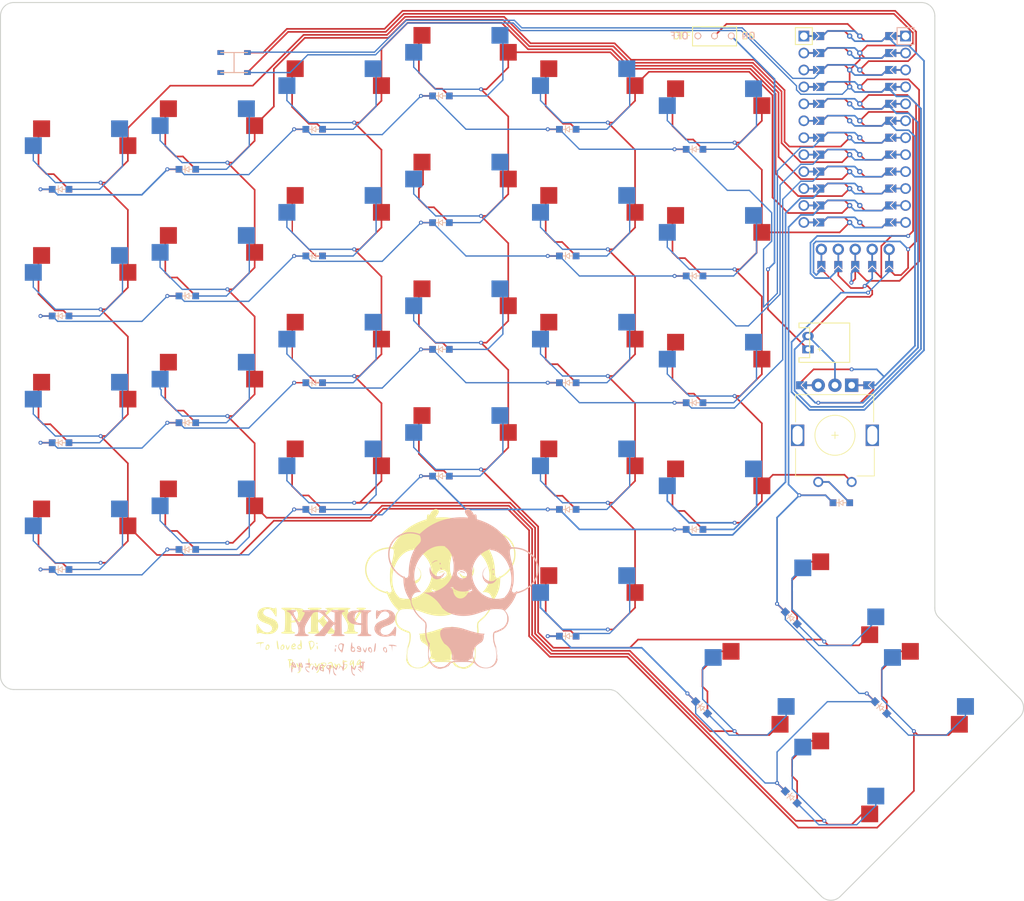
<source format=kicad_pcb>
(kicad_pcb (version 20221018) (generator pcbnew)
  (title_block (title "xsp") (rev "v1.0.0") (company "Unknown"))
  (layers (0 "F.Cu" signal) (31 "B.Cu" signal) (34 "B.Paste" user) (35 "F.Paste" user) (36 "B.SilkS" user "B.Silkscreen") (37 "F.SilkS" user "F.Silkscreen") (38 "B.Mask" user) (39 "F.Mask" user) (44 "Edge.Cuts" user))
  (net 0 "")
  (net 1 "P4")
  (net 2 "tab_bottom")
  (net 3 "P14")
  (net 4 "tab_home")
  (net 5 "P15")
  (net 6 "tab_top")
  (net 7 "P18")
  (net 8 "tab_num")
  (net 9 "P19")
  (net 10 "P5")
  (net 11 "pinky_bottom")
  (net 12 "pinky_home")
  (net 13 "pinky_top")
  (net 14 "pinky_num")
  (net 15 "P6")
  (net 16 "ring_bottom")
  (net 17 "ring_home")
  (net 18 "ring_top")
  (net 19 "ring_num")
  (net 20 "P7")
  (net 21 "middle_bottom")
  (net 22 "middle_home")
  (net 23 "middle_top")
  (net 24 "middle_num")
  (net 25 "P8")
  (net 26 "index_bottom")
  (net 27 "P16")
  (net 28 "index_home")
  (net 29 "index_top")
  (net 30 "index_num")
  (net 31 "index_thumb")
  (net 32 "P9")
  (net 33 "inner_bottom")
  (net 34 "inner_home")
  (net 35 "inner_top")
  (net 36 "inner_num")
  (net 37 "near_thumb")
  (net 38 "near_second")
  (net 39 "home_thumb")
  (net 40 "home_second")
  (net 41 "RAW")
  (net 42 "GND")
  (net 43 "RST")
  (net 44 "VCC")
  (net 45 "P21")
  (net 46 "P20")
  (net 47 "P10")
  (net 48 "P1")
  (net 49 "P0")
  (net 50 "P2")
  (net 51 "P3")
  (net 52 "R1")
  (net 53 "pos")
  (footprint "E73:SPDT_C128955" (layer "F.Cu") (at 223.52 53.04)
    (fp_text reference "T1" hide)
    (fp_text value "" hide)
  )
  (footprint "E73:SW_TACT_ALPS_SKQGABE010" (layer "F.Cu") (at 151.52 57.04)
    (fp_text reference "B1" hide)
    (fp_text value "RESET" hide)
  )
  (footprint "MX" (layer "F.Cu") (at 204.52 63.04)
    (fp_text reference "S21" hide)
    (fp_text value "" hide)
  )
  (footprint "ComboDiode" (layer "F.Cu") (at 182.52 119.04)
    (fp_text reference "D13" hide)
    (fp_text value "" hide)
  )
  (footprint "ComboDiode" (layer "F.Cu") (at 144.52 73.04)
    (fp_text reference "D8" hide)
    (fp_text value "" hide)
  )
  (footprint "MX" (layer "F.Cu") (at 166.52 120.04)
    (fp_text reference "S9" hide)
    (fp_text value "" hide)
  )
  (footprint "VIA-0.6mm" (layer "F.Cu") (at 232.883961 138.190758 -45)
    (fp_text reference "REF**" hide)
    (fp_text value "VIA" hide)
  )
  (footprint "VIA-0.6mm" (layer "F.Cu") (at 198.52 124.04)
    (fp_text reference "REF**" hide)
    (fp_text value "VIA" hide)
  )
  (footprint "MountingHole_2.2mm_M2_ISO7380" (layer "F.Cu") (at 128.52 129.04)
    (fp_text reference "")
    (fp_text value "")
  )
  (footprint "MX" (layer "F.Cu") (at 166.52 82.04)
    (fp_text reference "S11" hide)
    (fp_text value "" hide)
  )
  (footprint "MountingHole_2.2mm_M2_ISO7380" (layer "F.Cu") (at 128.52 129.04)
    (fp_text reference "")
    (fp_text value "")
  )
  (footprint "xpandi:spky" (layer "F.Cu") (at 167.64 154.94)
    (fp_text reference "G***" hide)
    (fp_text value "LOGO" hide)
  )
  (footprint "VIA-0.6mm" (layer "F.Cu") (at 231.52 88.04)
    (fp_text reference "REF**" hide)
    (fp_text value "VIA" hide)
  )
  (footprint "MX" (layer "F.Cu") (at 223.52 85.04)
    (fp_text reference "S24" hide)
    (fp_text value "" hide)
  )
  (footprint "MX" (layer "F.Cu") (at 185.52 115.04)
    (fp_text reference "S13" hide)
    (fp_text value "" hide)
  )
  (footprint "VIA-0.6mm" (layer "F.Cu") (at 169.52 66.04)
    (fp_text reference "REF**" hide)
    (fp_text value "VIA" hide)
  )
  (footprint "MountingHole:MountingHole_2.1mm" (layer "F.Cu") (at 208.915 148.59)
    (fp_text reference "REF**" hide)
    (fp_text value "MountingHole_2.1mm" hide)
  )
  (footprint "VIA-0.6mm" (layer "F.Cu") (at 169.52 123.04)
    (fp_text reference "REF**" hide)
    (fp_text value "VIA" hide)
  )
  (footprint "VIA-0.6mm" (layer "F.Cu") (at 179.52 100.04)
    (fp_text reference "REF**" hide)
    (fp_text value "VIA" hide)
  )
  (footprint "MountingHole_2.2mm_M2_ISO7380" (layer "F.Cu") (at 128.52 129.04)
    (fp_text reference "")
    (fp_text value "")
  )
  (footprint "MX" (layer "F.Cu") (at 147.52 69.04)
    (fp_text reference "S8" hide)
    (fp_text value "" hide)
  )
  (footprint "VIA-0.6mm" (layer "F.Cu") (at 217.52 127.04)
    (fp_text reference "REF**" hide)
    (fp_text value "VIA" hide)
  )
  (footprint "MX" (layer "F.Cu") (at 147.52 88.04)
    (fp_text reference "S7" hide)
    (fp_text value "" hide)
  )
  (footprint "MountingHole:MountingHole_2.2mm_M2_ISO7380" (layer "F.Cu") (at 250.825 92.71)
    (fp_text reference "REF**" hide)
    (fp_text value "MountingHole_2.2mm_M2_ISO7380" hide)
  )
  (footprint "VIA-0.6mm" (layer "F.Cu") (at 236.22 121.92)
    (fp_text reference "REF**" hide)
    (fp_text value "VIA" hide)
  )
  (footprint "ComboDiode" (layer "F.Cu") (at 125.52 133.04)
    (fp_text reference "D1" hide)
    (fp_text value "" hide)
  )
  (footprint "ComboDiode" (layer "F.Cu") (at 125.52 76.04)
    (fp_text reference "D4" hide)
    (fp_text value "" hide)
  )
  (footprint "MountingHole_2.2mm_M2_ISO7380" (layer "F.Cu") (at 128.52 129.04)
    (fp_text reference "")
    (fp_text value "")
  )
  (footprint "MX" (layer "F.Cu") (at 223.52 104.04)
    (fp_text reference "S23" hide)
    (fp_text value "" hide)
  )
  (footprint "VIA-0.6mm" (layer "F.Cu") (at 188.52 61.04)
    (fp_text reference "REF**" hide)
    (fp_text value "VIA" hide)
  )
  (footprint "rotary_encoder" (layer "F.Cu") (at 241.52 113.04 -90)
    (fp_text reference "ROT1" hide)
    (fp_text value "")
  )
  (footprint "VIA-0.6mm" (layer "F.Cu") (at 226.52 88.04)
    (fp_text reference "REF**" hide)
    (fp_text value "VIA" hide)
  )
  (footprint "ComboDiode" (layer "F.Cu") (at 163.52 105.04)
    (fp_text reference "D10" hide)
    (fp_text value "" hide)
  )
  (footprint "VIA-0.6mm" (layer "F.Cu") (at 141.52 73.04)
    (fp_text reference "REF**" hide)
    (fp_text value "VIA" hide)
  )
  (footprint "VIA-0.6mm" (layer "F.Cu") (at 150.52 129.04)
    (fp_text reference "REF**" hide)
    (fp_text value "VIA" hide)
  )
  (footprint "VIA-0.6mm" (layer "F.Cu") (at 131.52 75.04)
    (fp_text reference "REF**" hide)
    (fp_text value "VIA" hide)
  )
  (footprint "VIA-0.6mm" (layer "F.Cu") (at 219.448932 151.625786 -45)
    (fp_text reference "REF**" hide)
    (fp_text value "VIA" hide)
  )
  (footprint "ComboDiode" (layer "F.Cu") (at 163.52 86.04)
    (fp_text reference "D11" hide)
    (fp_text value "" hide)
  )
  (footprint "VIA-0.6mm" (layer "F.Cu") (at 232.883961 165.060815 -45)
    (fp_text reference "REF**" hide)
    (fp_text value "VIA" hide)
  )
  (footprint "VIA-0.6mm" (layer "F.Cu") (at 141.52 130.04)
    (fp_text reference "REF**" hide)
    (fp_text value "VIA" hide)
  )
  (footprint "E73:SW_TACT_ALPS_SKQGABE010" (layer "F.Cu") (at 151.52 57.04)
    (fp_text reference "B2" hide)
    (fp_text value "RESET" hide)
  )
  (footprint "VIA-0.6mm" (layer "F.Cu") (at 207.52 123.04)
    (fp_text reference "REF**" hide)
    (fp_text value "VIA" hide)
  )
  (footprint "ComboDiode" (layer "F.Cu") (at 235.005281 140.312078 -45)
    (fp_text reference "D27" hide)
    (fp_text value "" hide)
  )
  (footprint "VIA-0.6mm" (layer "F.Cu") (at 226.52 126.04)
    (fp_text reference "REF**" hide)
    (fp_text value "VIA" hide)
  )
  (footprint "VIA-0.6mm" (layer "F.Cu") (at 131.52 94.04)
    (fp_text reference "REF**" hide)
    (fp_text value "VIA" hide)
  )
  (footprint "VIA-0.6mm" (layer "F.Cu") (at 188.52 80.04)
    (fp_text reference "REF**" hide)
    (fp_text value "VIA" hide)
  )
  (footprint "VIA-0.6mm" (layer "F.Cu") (at 198.52 143.04)
    (fp_text reference "REF**" hide)
    (fp_text value "VIA" hide)
  )
  (footprint "VIA-0.6mm" (layer "F.Cu") (at 141.52 111.04)
    (fp_text reference "REF**" hide)
    (fp_text value "VIA" hide)
  )
  (footprint "MX" (layer "F.Cu") (at 223.52 66.04)
    (fp_text reference "S25" hide)
    (fp_text value "" hide)
  )
  (footprint "MX" (layer "F.Cu") (at 147.52 107.04)
    (fp_text reference "S6" hide)
    (fp_text value "" hide)
  )
  (footprint "VIA-0.6mm" (layer "F.Cu") (at 217.52 108.04)
    (fp_text reference "REF**" hide)
    (fp_text value "VIA" hide)
  )
  (footprint "VIA-0.6mm" (layer "F.Cu") (at 169.52 104.04)
    (fp_text reference "REF**" hide)
    (fp_text value "VIA" hide)
  )
  (footprint "MountingHole_2.2mm_M2_ISO7380" (layer "F.Cu") (at 128.52 129.04)
    (fp_text reference "")
    (fp_text value "")
  )
  (footprint "VIA-0.6mm" (layer "F.Cu") (at 253.390058 157.282641 -45)
    (fp_text reference "REF**" hide)
    (fp_text value "VIA" hide)
  )
  (footprint "VIA-0.6mm" (layer "F.Cu") (at 239.955029 143.847612 -45)
    (fp_text reference "REF**" hide)
    (fp_text value "VIA" hide)
  )
  (footprint "MX" (layer "F.Cu") (at 147.52 126.04)
    (fp_text reference "S5" hide)
    (fp_text value "" hide)
  )
  (footprint "lib:OLED_headers" (layer "F.Cu") (at 239.52 85.04)
    (fp_text reference "OLED1" hide)
    (fp_text value "")
  )
  (footprint "VIA-0.6mm" (layer "F.Cu") (at 150.52 110.04)
    (fp_text reference "REF**" hide)
    (fp_text value "VIA" hide)
  )
  (footprint "xpandi:pandaReverse" (layer "F.Cu") (at 182.88 137.16)
    (fp_text reference "G***" hide)
    (fp_text value "LOGO" hide)
  )
  (footprint "VIA-0.6mm" (layer "F.Cu") (at 122.52 114.04)
    (fp_text reference "REF**" hide)
    (fp_text value "VIA" hide)
  )
  (footprint "VIA-0.6mm" (layer "F.Cu") (at 150.52 91.04)
    (fp_text reference "REF**" hide)
    (fp_text value "VIA" hide)
  )
  (footprint "MX" (layer "F.Cu") (at 128.52 129.04)
    (fp_text reference "S1" hide)
    (fp_text value "" hide)
  )
  (footprint "ComboDiode" (layer "F.Cu") (at 144.52 92.04)
    (fp_text reference "D7" hide)
    (fp_text value "" hide)
  )
  (footprint "VIA-0.6mm" (layer "F.Cu") (at 217.52 89.04)
    (fp_text reference "REF**" hide)
    (fp_text value "VIA" hide)
  )
  (footprint "VIA-0.6mm" (layer "F.Cu") (at 207.52 66.04)
    (fp_text reference "REF**" hide)
    (fp_text value "VIA" hide)
  )
  (footprint "JST_PH_S2B-PH-K_02x2.00mm_Angled" (layer "F.Cu") (at 237.52 99.04 90)
    (fp_text reference "JST1" hide)
    (fp_text value "" hide)
  )
  (footprint "ComboDiode" (layer "F.Cu") (at 163.52 67.04)
    (fp_text reference "D12" hide)
    (fp_text value "" hide)
  )
  (footprint "MX" (layer "F.Cu") (at 226.52 153.04 -45)
    (fp_text reference "S26" hide)
    (fp_text value "" hide)
  )
  (footprint "ComboDiode" (layer "F.Cu") (at 242.52 123.04)
    (fp_text reference "D30" hide)
    (fp_text value "" hide)
  )
  (footprint "MountingHole:MountingHole_2.2mm_M2_ISO7380" (layer "F.Cu") (at 220.98 137.16)
    (fp_text reference "REF**" hide)
    (fp_text value "MountingHole_2.2mm_M2_ISO7380" hide)
  )
  (footprint "VIA-0.6mm" (layer "F.Cu") (at 207.52 104.04)
    (fp_text reference "REF**" hide)
    (fp_text value "VIA" hide)
  )
  (footprint "VIA-0.6mm" (layer "F.Cu") (at 160.52 86.04)
    (fp_text reference "REF**" hide)
    (fp_text value "VIA" hide)
  )
  (footprint "MountingHole:MountingHole_2.2mm_M2_ISO7380" (layer "F.Cu") (at 237.49 92.71)
    (fp_text reference "REF**" hide)
    (fp_text value "MountingHole_2.2mm_M2_ISO7380" hide)
  )
  (footprint "MX" (layer "F.Cu") (at 204.52 101.04)
    (fp_text reference "S19" hide)
    (fp_text value "" hide)
  )
  (footprint "VIA-0.6mm" (layer "F.Cu") (at 188.52 118.04)
    (fp_text reference "REF**" hide)
    (fp_text value "VIA" hide)
  )
  (footprint "ComboDiode" (layer "F.Cu") (at 201.52 67.04)
    (fp_text reference "D21" hide)
    (fp_text value "" hide)
  )
  (footprint "MX" (layer "F.Cu") (at 253.390058 153.04 -45)
    (fp_text reference "S29" hide)
    (fp_text value "" hide)
  )
  (footprint "ComboDiode" (layer "F.Cu") (at 220.52 127.04)
    (fp_text reference "D22" hide)
    (fp_text value "" hide)
  )
  (footprint "ComboDiode" (layer "F.Cu") (at 220.52 108.04)
    (fp_text reference "D23" hide)
    (fp_text value "" hide)
  )
  (footprint "ComboDiode" (layer "F.Cu") (at 201.52 124.04)
    (fp_text reference "D18" hide)
    (fp_text value "" hide)
  )
  (footprint "MountingHole:MountingHole_2.1mm" (layer "F.Cu") (at 266.065 153.67)
    (fp_text reference "REF**" hide)
    (fp_text value "MountingHole_2.1mm" hide)
  )
  (footprint "MountingHole:MountingHole_2.1mm" (layer "F.Cu") (at 254 50.8)
    (fp_text reference "Hole2333" hide)
    (fp_text value "MountingHole_2.1mm" hide)
  )
  (footprint "ComboDiode" (layer "F.Cu") (at 220.52 89.04)
    (fp_text reference "D24" hide)
    (fp_text value "" hide)
  )
  (footprint "MX" (layer "F.Cu") (at 204.52 82.04)
    (fp_text reference "S20" hide)
    (fp_text value "" hide)
  )
  (footprint "VIA-0.6mm" (layer "F.Cu") (at 131.52 113.04)
    (fp_text reference "REF**" hide)
    (fp_text value "VIA" hide)
  )
  (footprint "ComboDiode" (layer "F.Cu") (at 125.52 114.04)
    (fp_text reference "D2" hide)
    (fp_text value "" hide)
  )
  (footprint "MX" (layer "F.Cu") (at 166.52 101.04)
    (fp_text reference "S10" hide)
    (fp_text value "" hide)
  )
  (footprint "MX" (layer "F.Cu") (at 185.52 96.04)
    (fp_text reference "S14" hide)
    (fp_text value "" hide)
  )
  (footprint "MX" (layer "F.Cu") (at 239.955029 139.604971 -45)
    (fp_text reference "S27" hide)
    (fp_text value "" hide)
  )
  (footprint "MX" (layer "F.Cu") (at 128.52 110.04)
    (fp_text reference "S2" hide)
    (fp_text value "" hide)
  )
  (footprint "ComboDiode" (layer "F.Cu") (at 201.52 86.04)
    (fp_text reference "D20" hide)
    (fp_text value "" hide)
  )
  (footprint "VIA-0.6mm" (layer "F.Cu") (at 207.52 142.04)
    (fp_text reference "REF**" hide)
    (fp_text value "VIA" hide)
  )
  (footprint "ComboDiode" (layer "F.Cu") (at 163.52 124.04)
    (fp_text reference "D9" hide)
    (fp_text value "" hide)
  )
  (footprint "ComboDiode" (layer "F.Cu") (at 248.44031 153.747107 -45)
    (fp_text reference "D29" hide)
    (fp_text value "" hide)
  )
  (footprint "VIA-0.6mm" (layer "F.Cu") (at 226.52 157.282641 -45)
    (fp_text reference "REF**" hide)
    (fp_text value "VIA" hide)
  )
  (footprint "ComboDiode" (layer "F.Cu") (at 125.52 95.04)
    (fp_text reference "D3" hide)
    (fp_text value "" hide)
  )
  (footprint "ComboDiode" (layer "F.Cu") (at 182.52 100.04)
    (fp_text reference "D14" hide)
    (fp_text value "" hide)
  )
  (footprint "MX" (layer "F.Cu") (at 128.52 72.04)
    (fp_text reference "S4" hide)
    (fp_text value "" hide)
  )
  (footprint "VIA-0.6mm" (layer "F.Cu") (at 246.31899 151.625786 -45)
    (fp_text reference "REF**" hide)
    (fp_text value "VIA" hide)
  )
  (footprint "VIA-0.6mm" (layer "F.Cu") (at 207.52 85.04)
    (fp_text reference "REF**" hide)
    (fp_text value "VIA" hide)
  )
  (footprint "ComboDiode" (layer "F.Cu") (at 221.570253 153.747107 -45)
    (fp_text reference "D26" hide)
    (fp_text value "" hide)
  )
  (footprint "VIA-0.6mm" (layer "F.Cu") (at 198.52 105.04)
    (fp_text reference "REF**" hide)
    (fp_text value "VIA" hide)
  )
  (footprint "VIA-0.6mm" (layer "F.Cu") (at 179.52 62.04)
    (fp_text reference "REF**" hide)
    (fp_text value "VIA" hide)
  )
  (footprint "VIA-0.6mm" (layer "F.Cu") (at 122.52 133.04)
    (fp_text reference "REF**" hide)
    (fp_text value "VIA" hide)
  )
  (footprint "VIA-0.6mm" (layer "F.Cu") (at 160.52 124.04)
    (fp_text reference "REF**" hide)
    (fp_text value "VIA" hide)
  )
  (footprint "ComboDiode" (layer "F.Cu") (at 182.52 62.04)
    (fp_text reference "D16" hide)
    (fp_text value "" hide)
  )
  (footprint "VIA-0.6mm" (layer "F.Cu") (at 188.52 99.04)
    (fp_text reference "REF**" hide)
    (fp_text value "VIA" hide)
  )
  (footprint "MX" (layer "F.Cu") (at 239.955029 166.475029 -45)
    (fp_text reference "S28" hide)
    (fp_text value "" hide)
  )
  (footprint "ComboDiode" (layer "F.Cu") (at 220.52 70.04)
    (fp_text reference "D25" hide)
    (fp_text value "" hide)
  )
  (footprint "ComboDiode" (layer "F.Cu") (at 144.52 130.04)
    (fp_text reference "D5" hide)
    (fp_text value "" hide)
  )
  (footprint "MountingHole:MountingHole_2.1mm" (layer "F.Cu") (at 241.3 179.07)
    (fp_text reference "REF**" hide)
    (fp_text value "MountingHole_2.1mm" hide)
  )
  (footprint "MX" (layer "F.Cu") (at 166.52 63.04)
    (fp_text reference "S12" hide)
    (fp_text value "" hide)
  )
  (footprint "VIA-0.6mm" (layer "F.Cu") (at 226.52 69.04)
    (fp_text reference "REF**" hide)
    (fp_text value "VIA" hide)
  )
  (footprint "VIA-0.6mm" (layer "F.Cu") (at 141.52 92.04)
    (fp_text reference "REF**" hide)
    (fp_text value "VIA" hide)
  )
  (footprint "VIA-0.6mm" (layer "F.Cu") (at 179.52 81.04)
    (fp_text reference "REF**" hide)
    (fp_text value "VIA" hide)
  )
  (footprint "VIA-0.6mm" (layer "F.Cu") (at 217.52 70.04)
    (fp_text reference "REF**" hide)
    (fp_text value "VIA" hide)
  )
  (footprint "VIA-0.6mm" (layer "F.Cu") (at 198.52 86.04)
    (fp_text reference "REF**" hide)
    (fp_text value "VIA" hide)
  )
  (footprint "MX" (layer "F.Cu") (at 223.52 123.04)
    (fp_text reference "S22" hide)
    (fp_text value "" hide)
  )
  (footprint "VIA-0.6mm" (layer "F.Cu") (at 150.52 72.04)
    (fp_text reference "REF**" hide)
    (fp_text value "VIA" hide)
  )
  (footprint "VIA-0.6mm" (layer "F.Cu") (at 160.52 67.04)
    (fp_text reference "REF**" hide)
    (fp_text value "VIA" hide)
  )
  (footprint "VIA-0.6mm" (layer "F.Cu") (at 226.52 107.04)
    (fp_text reference "REF**" hide)
    (fp_text value "VIA" hide)
  )
  (footprint "MountingHole_2.2mm_M2_ISO7380" (layer "F.Cu") (at 128.52 129.04)
    (fp_text reference "")
    (fp_text value "")
  )
  (footprint "MountingHole:MountingHole_2.2mm_M2_ISO7380" (layer "F.Cu") (at 120.65 52.07)
    (fp_text reference "REF**" hide)
    (fp_text value "MountingHole_2.2mm_M2_ISO7380" hide)
  )
  (footprint "VIA-0.6mm" (layer "F.Cu") (at 169.52 85.04)
    (fp_text reference "REF**" hide)
    (fp_text value "VIA" hide)
  )
  (footprint "VIA-0.6mm" (layer "F.Cu") (at 198.52 67.04)
    (fp_text reference "REF**" hide)
    (fp_text value "VIA" hide)
  )
  (footprint "MX" (layer "F.Cu") (at 185.52 77.04)
    (fp_text reference "S15" hide)
    (fp_text value "" hide)
  )
  (footprint "ComboDiode" (layer "F.Cu") (at 144.52 111.04)
    (fp_text reference "D6" hide)
    (fp_text value "" hide)
  )
  (footprint "VIA-0.6mm" (layer "F.Cu") (at 179.52 119.04)
    (fp_text reference "REF**" hide)
    (fp_text value "VIA" hide)
  )
  (footprint "MountingHole_2.2mm_M2_ISO7380" (layer "F.Cu") (at 128.52 129.04)
    (fp_text reference "")
    (fp_text value "")
  )
  (footprint "VIA-0.6mm" (layer "F.Cu") (at 131.52 132.04)
    (fp_text reference "REF**" hide)
    (fp_text value "VIA" hide)
  )
  (footprint "MX" (layer "F.Cu") (at 128.52 91.04)
    (fp_text reference "S3" hide)
    (fp_text value "" hide)
  )
  (footprint "VIA-0.6mm" (layer "F.Cu") (at 122.52 76.04)
    (fp_text reference "REF**" hide)
    (fp_text value "VIA" hide)
  )
  (footprint "VIA-0.6mm" (layer "F.Cu") (at 122.52 95.04)
    (fp_text reference "REF**" hide)
    (fp_text value "VIA" hide)
  )
  (footprint "ComboDiode" (layer "F.Cu") (at 235.005281 167.182136 -45)
    (fp_text reference "D28" hide)
    (fp_text value "" hide)
  )
  (footprint "ComboDiode" (layer "F.Cu") (at 201.52 143.04)
    (fp_text reference "D17" hide)
    (fp_text value "" hide)
  )
  (footprint "MX" (layer "F.Cu") (at 204.52 139.04)
    (fp_text reference "S17" hide)
    (fp_text value "" hide)
  )
  (footprint "VIA-0.6mm" (layer "F.Cu") (at 239.955029 170.71767 -45)
    (fp_text reference "REF**" hide)
    (fp_text value "VIA" hide)
  )
  (footprint "VIA-0.6mm" (layer "F.Cu") (at 160.52 105.04)
    (fp_text reference "REF**" hide)
    (fp_text value "VIA" hide)
  )
  (footprint "ProMicro" (layer "F.Cu") (at 244.52 67.04 -90)
    (fp_text reference "MCU1" hide)
    (fp_text value "")
  )
  (footprint "MountingHole:MountingHole_2.2mm_M2_ISO7380" (layer "F.Cu") (at 121.285 146.685)
    (fp_text reference "REF**" hide)
    (fp_text value "MountingHole_2.2mm_M2_ISO7380" hide)
  )
  (footprint "MX" (layer "F.Cu") (at 204.52 120.04)
    (fp_text reference "S18" hide)
    (fp_text value "" hide)
  )
  (footprint "MX" (layer "F.Cu") (at 185.52 58.04)
    (fp_text reference "S16" hide)
    (fp_text value "" hide)
  )
  (footprint "ComboDiode" (layer "F.Cu") (at 201.52 105.04)
    (fp_text reference "D19" hide)
    (fp_text value "" hide)
  )
  (footprint "ComboDiode" (layer "F.Cu") (at 182.52 81.04)
    (fp_text reference "D15" hide)
    (fp_text value "" hide)
  )
  (footprint "xpandi:spky" (layer "B.Cu") (at 163.040717 155.319253 180)
    (fp_text reference "G***" hide)
    (fp_text value "LOGO" hide)
  )
  (footprint "xpandi:pandaReverse" (layer "B.Cu") (at 185.42 137.16 180)
    (fp_text reference "G***" hide)
    (fp_text value "LOGO" hide)
  )
  (gr_line (start 256.52 138.814603) (end 256.52 50.04) (stroke (width 0.15)) (layer "Edge.Cuts"))
  (gr_arc (start 257.105786 140.228817) (mid 256.67224 139.57997) (end 256.52 138.814603) (stroke (width 0.15)) (layer "Edge.Cuts"))
  (gr_arc (start 116.52 50.04) (mid 117.105786 48.625786) (end 118.52 48.04) (stroke (width 0.15)) (layer "Edge.Cuts"))
  (gr_arc (start 242.36062 182.052194) (mid 240.946406 182.63798) (end 239.532193 182.052193) (stroke (width 0.15)) (layer "Edge.Cuts"))
  (gr_line (start 209.105786 151.625786) (end 239.532193 182.052193) (stroke (width 0.15)) (layer "Edge.Cuts"))
  (gr_line (start 254.52 48.04) (end 118.52 48.04) (stroke (width 0.15)) (layer "Edge.Cuts"))
  (gr_arc (start 207.691572 151.04) (mid 208.456939 151.192241) (end 209.105786 151.625786) (stroke (width 0.15)) (layer "Edge.Cuts"))
  (gr_arc (start 269.230679 152.353709) (mid 269.816465 153.767923) (end 269.230678 155.182136) (stroke (width 0.15)) (layer "Edge.Cuts"))
  (gr_line (start 242.360621 182.052193) (end 269.230678 155.182136) (stroke (width 0.15)) (layer "Edge.Cuts"))
  (gr_arc (start 118.52 151.04) (mid 117.105786 150.454214) (end 116.52 149.04) (stroke (width 0.15)) (layer "Edge.Cuts"))
  (gr_line (start 269.230678 152.353709) (end 257.105786 140.228817) (stroke (width 0.15)) (layer "Edge.Cuts"))
  (gr_arc (start 254.52 48.04) (mid 255.934214 48.625786) (end 256.52 50.04) (stroke (width 0.15)) (layer "Edge.Cuts"))
  (gr_line (start 118.52 151.04) (end 207.691573 151.04) (stroke (width 0.15)) (layer "Edge.Cuts"))
  (gr_line (start 116.52 50.04) (end 116.52 149.04) (stroke (width 0.15)) (layer "Edge.Cuts"))
  (segment (start 131.52 94.04) (end 135.605 98.125) (width 0.25) (layer "F.Cu") (net 1))
  (segment (start 135.605 126.5) (end 139.97 130.865) (width 0.25) (layer "F.Cu") (net 1))
  (segment (start 211.006396 56.62) (end 208.536396 54.15) (width 0.25) (layer "F.Cu") (net 1))
  (segment (start 229.445584 56.62) (end 211.006396 56.62) (width 0.25) (layer "F.Cu") (net 1))
  (segment (start 154.316604 60.51) (end 141.953 60.51) (width 0.25) (layer "F.Cu") (net 1))
  (segment (start 135.605 69.5) (end 135.605 71.768684) (width 0.25) (layer "F.Cu") (net 1))
  (segment (start 135.605 126.5) (end 135.605 128.768684) (width 0.25) (layer "F.Cu") (net 1))
  (segment (start 161.936604 52.89) (end 154.316604 60.51) (width 0.25) (layer "F.Cu") (net 1))
  (segment (start 247.88173 171.743031) (end 253.390058 166.234703) (width 0.25) (layer "F.Cu") (net 1))
  (segment (start 141.953 60.51) (end 135.605 66.858) (width 0.25) (layer "F.Cu") (net 1))
  (segment (start 195.952792 54.15) (end 191.987792 50.185) (width 0.25) (layer "F.Cu") (net 1))
  (segment (start 135.605 66.858) (end 135.605 69.5) (width 0.25) (layer "F.Cu") (net 1))
  (segment (start 195.728 127.157188) (end 195.728 143.041072) (width 0.25) (layer "F.Cu") (net 1))
  (segment (start 191.987792 50.185) (end 177.142208 50.185) (width 0.25) (layer "F.Cu") (net 1))
  (segment (start 234.005 68.909595) (end 234.005 61.179416) (width 0.25) (layer "F.Cu") (net 1))
  (segment (start 135.605 117.125) (end 135.605 126.5) (width 0.25) (layer "F.Cu") (net 1))
  (segment (start 131.52 113.04) (end 135.605 117.125) (width 0.25) (layer "F.Cu") (net 1))
  (segment (start 192.510812 123.94) (end 195.728 127.157188) (width 0.25) (layer "F.Cu") (net 1))
  (segment (start 172.081802 125.734594) (end 173.876396 123.94) (width 0.25) (layer "F.Cu") (net 1))
  (segment (start 135.605 79.125) (end 135.605 88.5) (width 0.25) (layer "F.Cu") (net 1))
  (segment (start 139.97 130.865) (end 152.349594 130.865) (width 0.25) (layer "F.Cu") (net 1))
  (segment (start 258.591759 157.858002) (end 253.965419 157.858002) (width 0.25) (layer "F.Cu") (net 1))
  (segment (start 234.005 61.179416) (end 229.445584 56.62) (width 0.25) (layer "F.Cu") (net 1))
  (segment (start 173.876396 123.94) (end 192.510812 123.94) (width 0.25) (layer "F.Cu") (net 1))
  (segment (start 135.605 107.5) (end 135.605 109.768684) (width 0.25) (layer "F.Cu") (net 1))
  (segment (start 135.605 90.768684) (end 132.333684 94.04) (width 0.25) (layer "F.Cu") (net 1))
  (segment (start 157.48 125.734594) (end 172.081802 125.734594) (width 0.25) (layer "F.Cu") (net 1))
  (segment (start 152.349594 130.865) (end 157.48 125.734594) (width 0.25) (layer "F.Cu") (net 1))
  (segment (start 243.758 68.31) (end 242.43 69.638) (width 0.25) (layer "F.Cu") (net 1))
  (segment (start 234.733405 69.638) (end 234.005 68.909595) (width 0.25) (layer "F.Cu") (net 1))
  (segment (start 132.333684 75.04) (end 131.52 75.04) (width 0.25) (layer "F.Cu") (net 1))
  (segment (start 131.52 75.04) (end 135.605 79.125) (width 0.25) (layer "F.Cu") (net 1))
  (segment (start 135.605 128.768684) (end 132.333684 132.04) (width 0.25) (layer "F.Cu") (net 1))
  (segment (start 135.605 88.5) (end 135.605 90.768684) (width 0.25) (layer "F.Cu") (net 1))
  (segment (start 253.390058 166.234703) (end 253.390058 157.282641) (width 0.25) (layer "F.Cu") (net 1))
  (segment (start 198.816928 146.13) (end 210.447208 146.13) (width 0.25) (layer "F.Cu") (net 1))
  (segment (start 253.965419 157.858002) (end 253.390058 157.282641) (width 0.25) (layer "F.Cu") (net 1))
  (segment (start 135.605 109.768684) (end 132.333684 113.04) (width 0.25) (layer "F.Cu") (net 1))
  (segment (start 132.333684 113.04) (end 131.52 113.04) (width 0.25) (layer "F.Cu") (net 1))
  (segment (start 195.728 143.041072) (end 198.816928 146.13) (width 0.25) (layer "F.Cu") (net 1))
  (segment (start 135.605 71.768684) (end 132.333684 75.04) (width 0.25) (layer "F.Cu") (net 1))
  (segment (start 208.536396 54.15) (end 195.952792 54.15) (width 0.25) (layer "F.Cu") (net 1))
  (segment (start 177.142208 50.185) (end 174.437208 52.89) (width 0.25) (layer "F.Cu") (net 1))
  (segment (start 260.195961 156.2538) (end 258.591759 157.858002) (width 0.25) (layer "F.Cu") (net 1))
  (segment (start 236.060239 171.743031) (end 247.88173 171.743031) (width 0.25) (layer "F.Cu") (net 1))
  (segment (start 174.437208 52.89) (end 161.936604 52.89) (width 0.25) (layer "F.Cu") (net 1))
  (segment (start 132.333684 132.04) (end 131.52 132.04) (width 0.25) (layer "F.Cu") (net 1))
  (segment (start 135.605 98.125) (end 135.605 107.5) (width 0.25) (layer "F.Cu") (net 1))
  (segment (start 132.333684 94.04) (end 131.52 94.04) (width 0.25) (layer "F.Cu") (net 1))
  (segment (start 210.447208 146.13) (end 236.060239 171.743031) (width 0.25) (layer "F.Cu") (net 1))
  (segment (start 242.43 69.638) (end 234.733405 69.638) (width 0.25) (layer "F.Cu") (net 1))
  (segment (start 248.597056 147.813299) (end 248.597056 152.489639) (width 0.2) (layer "B.Cu") (net 1))
  (segment (start 250.176258 146.234097) (end 248.597056 147.813299) (width 0.2) (layer "B.Cu") (net 1))
  (segment (start 124.741671 94.04) (end 131.52 94.04) (width 0.2) (layer "B.Cu") (net 1))
  (segment (start 121.435 71.733329) (end 124.741671 75.04) (width 0.2) (layer "B.Cu") (net 1))
  (segment (start 121.435 88.5) (end 121.435 90.733329) (width 0.2) (layer "B.Cu") (net 1))
  (segment (start 121.435 90.733329) (end 124.741671 94.04) (width 0.2) (layer "B.Cu") (net 1))
  (segment (start 124.741671 132.04) (end 131.52 132.04) (width 0.2) (layer "B.Cu") (net 1))
  (segment (start 124.741671 75.04) (end 131.52 75.04) (width 0.2) (layer "B.Cu") (net 1))
  (segment (start 121.435 69.5) (end 121.435 71.733329) (width 0.2) (layer "B.Cu") (net 1))
  (segment (start 124.741671 113.04) (end 131.52 113.04) (width 0.2) (layer "B.Cu") (net 1))
  (segment (start 248.597056 152.489639) (end 253.390058 157.282641) (width 0.2) (layer "B.Cu") (net 1))
  (segment (start 121.435 107.5) (end 121.435 109.733329) (width 0.2) (layer "B.Cu") (net 1))
  (segment (start 121.435 109.733329) (end 124.741671 113.04) (width 0.2) (layer "B.Cu") (net 1))
  (segment (start 121.435 128.733329) (end 124.741671 132.04) (width 0.2) (layer "B.Cu") (net 1))
  (segment (start 121.435 126.5) (end 121.435 128.733329) (width 0.2) (layer "B.Cu") (net 1))
  (segment (start 124.746316 132.08) (end 125.81 132.08) (width 0.25) (layer "F.Cu") (net 2))
  (segment (start 122.2141 124.4239) (end 122.2141 129.547784) (width 0.25) (layer "F.Cu") (net 2))
  (segment (start 122.678 123.96) (end 122.2141 124.4239) (width 0.25) (layer "F.Cu") (net 2))
  (segment (start 122.2141 129.547784) (end 124.746316 132.08) (width 0.25) (layer "F.Cu") (net 2))
  (segment (start 125.81 132.08) (end 126.77 133.04) (width 0.25) (layer "F.Cu") (net 2))
  (segment (start 134.8009 129.607629) (end 131.368529 133.04) (width 0.2) (layer "B.Cu") (net 2))
  (segment (start 134.8009 124.3989) (end 134.8009 129.607629) (width 0.2) (layer "B.Cu") (net 2))
  (segment (start 131.368529 133.04) (end 126.77 133.04) (width 0.2) (layer "B.Cu") (net 2))
  (segment (start 134.362 123.96) (end 134.8009 124.3989) (width 0.2) (layer "B.Cu") (net 2))
  (segment (start 124.27 133.04) (end 122.52 133.04) (width 0.25) (layer "F.Cu") (net 3))
  (segment (start 141.52 130.04) (end 143.27 130.04) (width 0.25) (layer "F.Cu") (net 3))
  (segment (start 160.52 124.04) (end 162.27 124.04) (width 0.25) (layer "F.Cu") (net 3))
  (segment (start 219.27 127.04) (end 217.52 127.04) (width 0.25) (layer "F.Cu") (net 3))
  (segment (start 181.27 119.04) (end 179.52 119.04) (width 0.25) (layer "F.Cu") (net 3))
  (segment (start 200.27 124.04) (end 198.52 124.04) (width 0.25) (layer "F.Cu") (net 3))
  (segment (start 220.095 127.865) (end 219.27 127.04) (width 0.25) (layer "B.Cu") (net 3))
  (segment (start 236.434009 77.345) (end 234.155 79.624009) (width 0.25) (layer "B.Cu") (net 3))
  (segment (start 143.27 130.04) (end 144.07 130.84) (width 0.2) (layer "B.Cu") (net 3))
  (segment (start 186.27 124.04) (end 181.27 119.04) (width 0.25) (layer "B.Cu") (net 3))
  (segment (start 219.27 127.04) (end 217.52 127.04) (width 0.25) (layer "B.Cu") (net 3))
  (segment (start 124.27 133.04) (end 125.07 133.84) (width 0.2) (layer "B.Cu") (net 3))
  (segment (start 162.27 124.04) (end 160.52 124.04) (width 0.2) (layer "B.Cu") (net 3))
  (segment (start 217.52 127.04) (end 203.27 127.04) (width 0.25) (layer "B.Cu") (net 3))
  (segment (start 198.52 124.04) (end 186.27 124.04) (width 0.25) (layer "B.Cu") (net 3))
  (segment (start 124.27 133.04) (end 122.52 133.04) (width 0.2) (layer "B.Cu") (net 3))
  (segment (start 143.27 130.04) (end 141.52 130.04) (width 0.2) (layer "B.Cu") (net 3))
  (segment (start 238.279 77.345) (end 236.434009 77.345) (width 0.25) (layer "B.Cu") (net 3))
  (segment (start 173.72 124.84) (end 163.07 124.84) (width 0.2) (layer "B.Cu") (net 3))
  (segment (start 200.27 124.04) (end 198.52 124.04) (width 0.25) (layer "B.Cu") (net 3))
  (segment (start 163.07 124.84) (end 162.27 124.04) (width 0.2) (layer "B.Cu") (net 3))
  (segment (start 137.72 133.84) (end 141.52 130.04) (width 0.2) (layer "B.Cu") (net 3))
  (segment (start 125.07 133.84) (end 137.72 133.84) (width 0.2) (layer "B.Cu") (net 3))
  (segment (start 144.07 130.84) (end 153.72 130.84) (width 0.2) (layer "B.Cu") (net 3))
  (segment (start 234.155 119.92528) (end 226.21528 127.865) (width 0.25) (layer "B.Cu") (net 3))
  (segment (start 226.21528 127.865) (end 220.095 127.865) (width 0.25) (layer "B.Cu") (net 3))
  (segment (start 234.155 79.624009) (end 234.155 119.92528) (width 0.25) (layer "B.Cu") (net 3))
  (segment (start 153.72 130.84) (end 160.52 124.04) (width 0.2) (layer "B.Cu") (net 3))
  (segment (start 239.694 75.93) (end 238.279 77.345) (width 0.25) (layer "B.Cu") (net 3))
  (segment (start 179.52 119.04) (end 173.72 124.84) (width 0.2) (layer "B.Cu") (net 3))
  (segment (start 181.27 119.04) (end 179.52 119.04) (width 0.2) (layer "B.Cu") (net 3))
  (segment (start 203.27 127.04) (end 200.27 124.04) (width 0.25) (layer "B.Cu") (net 3))
  (segment (start 122.2141 110.547784) (end 122.932216 111.2659) (width 0.25) (layer "F.Cu") (net 4))
  (segment (start 123.9959 111.2659) (end 126.77 114.04) (width 0.25) (layer "F.Cu") (net 4))
  (segment (start 122.678 104.96) (end 122.2141 105.4239) (width 0.25) (layer "F.Cu") (net 4))
  (segment (start 122.932216 111.2659) (end 123.9959 111.2659) (width 0.25) (layer "F.Cu") (net 4))
  (segment (start 122.2141 105.4239) (end 122.2141 110.547784) (width 0.25) (layer "F.Cu") (net 4))
  (segment (start 134.362 104.96) (end 134.8009 105.3989) (width 0.2) (layer "B.Cu") (net 4))
  (segment (start 134.8009 105.3989) (end 134.8009 110.607629) (width 0.2) (layer "B.Cu") (net 4))
  (segment (start 131.368529 114.04) (end 126.77 114.04) (width 0.2) (layer "B.Cu") (net 4))
  (segment (start 134.8009 110.607629) (end 131.368529 114.04) (width 0.2) (layer "B.Cu") (net 4))
  (segment (start 143.27 111.04) (end 141.52 111.04) (width 0.25) (layer "F.Cu") (net 5))
  (segment (start 124.27 114.04) (end 122.52 114.04) (width 0.25) (layer "F.Cu") (net 5))
  (segment (start 200.27 105.04) (end 198.52 105.04) (width 0.25) (layer "F.Cu") (net 5))
  (segment (start 219.27 108.04) (end 217.52 108.04) (width 0.25) (layer "F.Cu") (net 5))
  (segment (start 162.27 105.04) (end 160.52 105.04) (width 0.2) (layer "F.Cu") (net 5))
  (segment (start 181.27 100.04) (end 179.52 100.04) (width 0.25) (layer "F.Cu") (net 5))
  (segment (start 141.52 111.04) (end 143.27 111.04) (width 0.2) (layer "B.Cu") (net 5))
  (segment (start 125.07 114.84) (end 137.72 114.84) (width 0.2) (layer "B.Cu") (net 5))
  (segment (start 181.27 100.04) (end 186.27 105.04) (width 0.2) (layer "B.Cu") (net 5))
  (segment (start 137.72 114.84) (end 141.52 111.04) (width 0.2) (layer "B.Cu") (net 5))
  (segment (start 162.27 105.04) (end 163.07 105.84) (width 0.2) (layer "B.Cu") (net 5))
  (segment (start 186.27 105.04) (end 198.52 105.04) (width 0.2) (layer "B.Cu") (net 5))
  (segment (start 153.72 111.84) (end 160.52 105.04) (width 0.2) (layer "B.Cu") (net 5))
  (segment (start 233.73 101.6) (end 226.49 108.84) (width 0.2) (layer "B.Cu") (net 5))
  (segment (start 239.694 73.39) (end 238.254 74.83) (width 0.2) (layer "B.Cu") (net 5))
  (segment (start 203.27 108.04) (end 217.52 108.04) (width 0.2) (layer "B.Cu") (net 5))
  (segment (start 124.27 114.04) (end 122.52 114.04) (width 0.2) (layer "B.Cu") (net 5))
  (segment (start 200.27 105.04) (end 203.27 108.04) (width 0.2) (layer "B.Cu") (net 5))
  (segment (start 173.72 105.84) (end 179.52 100.04) (width 0.2) (layer "B.Cu") (net 5))
  (segment (start 144.07 111.84) (end 153.72 111.84) (width 0.2) (layer "B.Cu") (net 5))
  (segment (start 238.254 74.83) (end 236.444365 74.83) (width 0.2) (layer "B.Cu") (net 5))
  (segment (start 181.27 100.04) (end 179.52 100.04) (width 0.2) (layer "B.Cu") (net 5))
  (segment (start 163.07 105.84) (end 173.72 105.84) (width 0.2) (layer "B.Cu") (net 5))
  (segment (start 233.73 77.544365) (end 233.73 101.6) (width 0.2) (layer "B.Cu") (net 5))
  (segment (start 220.07 108.84) (end 219.27 108.04) (width 0.2) (layer "B.Cu") (net 5))
  (segment (start 226.49 108.84) (end 220.07 108.84) (width 0.2) (layer "B.Cu") (net 5))
  (segment (start 236.444365 74.83) (end 233.73 77.544365) (width 0.2) (layer "B.Cu") (net 5))
  (segment (start 219.27 108.04) (end 217.52 108.04) (width 0.2) (layer "B.Cu") (net 5))
  (segment (start 124.27 114.04) (end 125.07 114.84) (width 0.2) (layer "B.Cu") (net 5))
  (segment (start 200.27 105.04) (end 198.52 105.04) (width 0.2) (layer "B.Cu") (net 5))
  (segment (start 143.27 111.04) (end 144.07 111.84) (width 0.2) (layer "B.Cu") (net 5))
  (segment (start 122.2141 91.7341) (end 124.695 94.215) (width 0.25) (layer "F.Cu") (net 6))
  (segment (start 122.2141 86.4239) (end 122.2141 91.7341) (width 0.25) (layer "F.Cu") (net 6))
  (segment (start 122.678 85.96) (end 122.2141 86.4239) (width 0.25) (layer "F.Cu") (net 6))
  (segment (start 125.945 94.215) (end 126.77 95.04) (width 0.25) (layer "F.Cu") (net 6))
  (segment (start 124.695 94.215) (end 125.945 94.215) (width 0.25) (layer "F.Cu") (net 6))
  (segment (start 134.362 85.96) (end 134.8009 86.3989) (width 0.2) (layer "B.Cu") (net 6))
  (segment (start 131.368529 95.04) (end 126.77 95.04) (width 0.2) (layer "B.Cu") (net 6))
  (segment (start 134.8009 86.3989) (end 134.8009 91.607629) (width 0.2) (layer "B.Cu") (net 6))
  (segment (start 134.8009 91.607629) (end 131.368529 95.04) (width 0.2) (layer "B.Cu") (net 6))
  (segment (start 143.27 92.04) (end 141.52 92.04) (width 0.25) (layer "F.Cu") (net 7))
  (segment (start 219.27 89.04) (end 217.52 89.04) (width 0.25) (layer "F.Cu") (net 7))
  (segment (start 181.27 81.04) (end 179.52 81.04) (width 0.25) (layer "F.Cu") (net 7))
  (segment (start 200.27 86.04) (end 198.52 86.04) (width 0.25) (layer "F.Cu") (net 7))
  (segment (start 162.27 86.04) (end 160.52 86.04) (width 0.2) (layer "F.Cu") (net 7))
  (segment (start 124.27 95.04) (end 122.52 95.04) (width 0.25) (layer "F.Cu") (net 7))
  (segment (start 162.27 86.04) (end 163.07 86.84) (width 0.2) (layer "B.Cu") (net 7))
  (segment (start 228.6 96.52) (end 226.75 96.52) (width 0.2) (layer "B.Cu") (net 7))
  (segment (start 144.07 92.84) (end 153.72 92.84) (width 0.2) (layer "B.Cu") (net 7))
  (segment (start 217.52 89.04) (end 203.27 89.04) (width 0.2) (layer "B.Cu") (net 7))
  (segment (start 219.27 89.04) (end 217.52 89.04) (width 0.2) (layer "B.Cu") (net 7))
  (segment (start 125.07 95.84) (end 137.72 95.84) (width 0.2) (layer "B.Cu") (net 7))
  (segment (start 226.75 96.52) (end 219.27 89.04) (width 0.2) (layer "B.Cu") (net 7))
  (segment (start 238.254 72.29) (end 236.444365 72.29) (width 0.2) (layer "B.Cu") (net 7))
  (segment (start 163.07 86.84) (end 173.72 86.84) (width 0.2) (layer "B.Cu") (net 7))
  (segment (start 236.444365 72.29) (end 233.33 75.404365) (width 0.2) (layer "B.Cu") (net 7))
  (segment (start 233.33 75.404365) (end 233.33 91.79) (width 0.2) (layer "B.Cu") (net 7))
  (segment (start 233.33 91.79) (end 228.6 96.52) (width 0.2) (layer "B.Cu") (net 7))
  (segment (start 153.72 92.84) (end 160.52 86.04) (width 0.2) (layer "B.Cu") (net 7))
  (segment (start 137.72 95.84) (end 141.52 92.04) (width 0.2) (layer "B.Cu") (net 7))
  (segment (start 162.27 86.04) (end 160.52 86.04) (width 0.2) (layer "B.Cu") (net 7))
  (segment (start 124.27 95.04) (end 125.07 95.84) (width 0.2) (layer "B.Cu") (net 7))
  (segment (start 203.27 89.04) (end 200.27 86.04) (width 0.2) (layer "B.Cu") (net 7))
  (segment (start 200.27 86.04) (end 198.52 86.04) (width 0.2) (layer "B.Cu") (net 7))
  (segment (start 239.694 70.85) (end 238.254 72.29) (width 0.2) (layer "B.Cu") (net 7))
  (segment (start 181.27 81.04) (end 179.52 81.04) (width 0.2) (layer "B.Cu") (net 7))
  (segment (start 181.27 81.04) (end 186.27 86.04) (width 0.2) (layer "B.Cu") (net 7))
  (segment (start 143.27 92.04) (end 141.52 92.04) (width 0.2) (layer "B.Cu") (net 7))
  (segment (start 173.72 86.84) (end 179.52 81.04) (width 0.2) (layer "B.Cu") (net 7))
  (segment (start 124.27 95.04) (end 122.52 95.04) (width 0.2) (layer "B.Cu") (net 7))
  (segment (start 143.27 92.04) (end 144.07 92.84) (width 0.2) (layer "B.Cu") (net 7))
  (segment (start 186.27 86.04) (end 198.52 86.04) (width 0.2) (layer "B.Cu") (net 7))
  (segment (start 122.678 66.96) (end 122.2141 67.4239) (width 0.25) (layer "F.Cu") (net 8))
  (segment (start 122.2141 72.547784) (end 123.431382 73.765066) (width 0.25) (layer "F.Cu") (net 8))
  (segment (start 123.431382 73.765066) (end 124.495066 73.765066) (width 0.25) (layer "F.Cu") (net 8))
  (segment (start 122.2141 67.4239) (end 122.2141 72.547784) (width 0.25) (layer "F.Cu") (net 8))
  (segment (start 124.495066 73.765066) (end 126.77 76.04) (width 0.25) (layer "F.Cu") (net 8))
  (segment (start 134.362 66.96) (end 134.8009 67.3989) (width 0.2) (layer "B.Cu") (net 8))
  (segment (start 131.368529 76.04) (end 126.77 76.04) (width 0.2) (layer "B.Cu") (net 8))
  (segment (start 134.8009 72.607629) (end 131.368529 76.04) (width 0.2) (layer "B.Cu") (net 8))
  (segment (start 134.8009 67.3989) (end 134.8009 72.607629) (width 0.2) (layer "B.Cu") (net 8))
  (segment (start 143.27 73.04) (end 141.52 73.04) (width 0.25) (layer "F.Cu") (net 9))
  (segment (start 124.27 76.04) (end 122.52 76.04) (width 0.25) (layer "F.Cu") (net 9))
  (segment (start 162.27 67.04) (end 160.52 67.04) (width 0.25) (layer "F.Cu") (net 9))
  (segment (start 200.27 67.04) (end 198.52 67.04) (width 0.25) (layer "F.Cu") (net 9))
  (segment (start 219.27 70.04) (end 217.52 70.04) (width 0.25) (layer "F.Cu") (net 9))
  (segment (start 181.27 62.04) (end 179.52 62.04) (width 0.25) (layer "F.Cu") (net 9))
  (segment (start 173.72 67.84) (end 179.52 62.04) (width 0.2) (layer "B.Cu") (net 9))
  (segment (start 230.857157 85.042843) (end 230.857157 93.697157) (width 0.2) (layer "B.Cu") (net 9))
  (segment (start 230.857157 93.697157) (end 232.93 91.624314) (width 0.2) (layer "B.Cu") (net 9))
  (segment (start 236.444365 69.75) (end 238.254 69.75) (width 0.2) (layer "B.Cu") (net 9))
  (segment (start 162.27 67.04) (end 160.52 67.04) (width 0.2) (layer "B.Cu") (net 9))
  (segment (start 137.695 76.865) (end 141.52 73.04) (width 0.25) (layer "B.Cu") (net 9))
  (segment (start 225.43 76.2) (end 228.727 76.2) (width 0.2) (layer "B.Cu") (net 9))
  (segment (start 219.27 70.04) (end 225.43 76.2) (width 0.2) (layer "B.Cu") (net 9))
  (segment (start 144.07 73.84) (end 153.72 73.84) (width 0.2) (layer "B.Cu") (net 9))
  (segment (start 122.52 76.04) (end 124.27 76.04) (width 0.25) (layer "B.Cu") (net 9))
  (segment (start 217.52 70.04) (end 203.27 70.04) (width 0.2) (layer "B.Cu") (net 9))
  (segment (start 186.27 67.04) (end 198.52 67.04) (width 0.2) (layer "B.Cu") (net 9))
  (segment (start 232.08 83.82) (end 230.857157 85.042843) (width 0.2) (layer "B.Cu") (net 9))
  (segment (start 228.727 76.2) (end 232.08 79.553) (width 0.2) (layer "B.Cu") (net 9))
  (segment (start 219.27 70.04) (end 217.52 70.04) (width 0.2) (layer "B.Cu") (net 9))
  (segment (start 143.27 73.04) (end 144.07 73.84) (width 0.2) (layer "B.Cu") (net 9))
  (segment (start 181.27 62.04) (end 179.52 62.04) (width 0.2) (layer "B.Cu") (net 9))
  (segment (start 232.93 73.264365) (end 236.444365 69.75) (width 0.2) (layer "B.Cu") (net 9))
  (segment (start 200.27 67.04) (end 198.52 67.04) (width 0.2) (layer "B.Cu") (net 9))
  (segment (start 232.08 79.553) (end 232.08 83.82) (width 0.2) (layer "B.Cu") (net 9))
  (segment (start 203.27 70.04) (end 200.27 67.04) (width 0.2) (layer "B.Cu") (net 9))
  (segment (start 153.72 73.84) (end 160.52 67.04) (width 0.2) (layer "B.Cu") (net 9))
  (segment (start 232.93 91.624314) (end 232.93 73.264365) (width 0.2) (layer "B.Cu") (net 9))
  (segment (start 162.27 67.04) (end 163.07 67.84) (width 0.2) (layer "B.Cu") (net 9))
  (segment (start 125.095 76.865) (end 137.695 76.865) (width 0.25) (layer "B.Cu") (net 9))
  (segment (start 143.27 73.04) (end 141.52 73.04) (width 0.2) (layer "B.Cu") (net 9))
  (segment (start 238.254 69.75) (end 239.694 68.31) (width 0.2) (layer "B.Cu") (net 9))
  (segment (start 181.27 62.04) (end 186.27 67.04) (width 0.2) (layer "B.Cu") (net 9))
  (segment (start 163.07 67.84) (end 173.72 67.84) (width 0.2) (layer "B.Cu") (net 9))
  (segment (start 124.27 76.04) (end 125.095 76.865) (width 0.25) (layer "B.Cu") (net 9))
  (segment (start 154.605 66.5) (end 154.605 68.768684) (width 0.25) (layer "F.Cu") (net 10))
  (segment (start 150.52 72.04) (end 154.605 76.125) (width 0.25) (layer "F.Cu") (net 10))
  (segment (start 199.003324 145.68) (end 210.633604 145.68) (width 0.25) (layer "F.Cu") (net 10))
  (segment (start 233.555 61.365812) (end 229.259188 57.07) (width 0.25) (layer "F.Cu") (net 10))
  (segment (start 243.758 70.85) (end 242.633 71.975) (width 0.25) (layer "F.Cu") (net 10))
  (segment (start 173.69 123.49) (end 192.697208 123.49) (width 0.25) (layer "F.Cu") (net 10))
  (segment (start 233.555 69.095991) (end 233.555 61.365812) (width 0.25) (layer "F.Cu") (net 10))
  (segment (start 154.605 68.768684) (end 151.333684 72.04) (width 0.25) (layer "F.Cu") (net 10))
  (segment (start 210.82 57.07) (end 208.35 54.6) (width 0.25) (layer "F.Cu") (net 10))
  (segment (start 177.328604 50.635) (end 174.623604 53.34) (width 0.25) (layer "F.Cu") (net 10))
  (segment (start 154.605 87.768684) (end 154.605 85.5) (width 0.25) (layer "F.Cu") (net 10))
  (segment (start 154.605 123.5) (end 156.389594 125.284594) (width 0.25) (layer "F.Cu") (net 10))
  (segment (start 151.333684 91.04) (end 154.605 87.768684) (width 0.25) (layer "F.Cu") (net 10))
  (segment (start 235.671274 170.71767) (end 239.955029 170.71767) (width 0.25) (layer "F.Cu") (net 10))
  (segment (start 246.760932 169.688829) (end 245.659117 169.688829) (width 0.25) (layer "F.Cu") (net 10))
  (segment (start 151.333684 110.04) (end 154.605 106.768684) (width 0.25) (layer "F.Cu") (net 10))
  (segment (start 157.48 63.625) (end 154.605 66.5) (width 0.25) (layer "F.Cu") (net 10))
  (segment (start 154.605 106.768684) (end 154.605 104.5) (width 0.25) (layer "F.Cu") (net 10))
  (segment (start 150.52 110.04) (end 151.333684 110.04) (width 0.25) (layer "F.Cu") (net 10))
  (segment (start 154.605 114.125) (end 150.52 110.04) (width 0.25) (layer "F.Cu") (net 10))
  (segment (start 191.801396 50.635) (end 177.328604 50.635) (width 0.25) (layer "F.Cu") (net 10))
  (segment (start 151.333684 72.04) (end 150.52 72.04) (width 0.25) (layer "F.Cu") (net 10))
  (segment (start 154.605 76.125) (end 154.605 85.5) (width 0.25) (layer "F.Cu") (net 10))
  (segment (start 162.123 53.34) (end 157.48 57.983) (width 0.25) (layer "F.Cu") (net 10))
  (segment (start 210.633604 145.68) (end 235.671274 170.71767) (width 0.25) (layer "F.Cu") (net 10))
  (segment (start 208.35 54.6) (end 195.766396 54.6) (width 0.25) (layer "F.Cu") (net 10))
  (segment (start 244.054915 171.293031) (end 240.53039 171.293031) (width 0.25) (layer "F.Cu") (net 10))
  (segment (start 196.178 142.854676) (end 199.003324 145.68) (width 0.25) (layer "F.Cu") (net 10))
  (segment (start 156.389594 125.284594) (end 171.895406 125.284594) (width 0.25) (layer "F.Cu") (net 10))
  (segment (start 154.605 104.5) (end 154.605 95.125) (width 0.25) (layer "F.Cu") (net 10))
  (segment (start 157.48 57.983) (end 157.48 63.625) (width 0.25) (layer "F.Cu") (net 10))
  (segment (start 242.633 71.975) (end 236.434009 71.975) (width 0.25) (layer "F.Cu") (net 10))
  (segment (start 171.895406 125.284594) (end 173.69 123.49) (width 0.25) (layer "F.Cu") (net 10))
  (segment (start 150.52 129.04) (end 151.333684 129.04) (width 0.25) (layer "F.Cu") (net 10))
  (segment (start 154.605 125.768684) (end 154.605 123.5) (width 0.25) (layer "F.Cu") (net 10))
  (segment (start 196.178 126.970792) (end 196.178 142.854676) (width 0.25) (layer "F.Cu") (net 10))
  (segment (start 150.52 91.04) (end 151.333684 91.04) (width 0.25) (layer "F.Cu") (net 10))
  (segment (start 240.53039 171.293031) (end 239.955029 170.71767) (width 0.25) (layer "F.Cu") (net 10))
  (segment (start 229.259188 57.07) (end 210.82 57.07) (width 0.25) (layer "F.Cu") (net 10))
  (segment (start 154.605 95.125) (end 150.52 91.04) (width 0.25) (layer "F.Cu") (net 10))
  (segment (start 151.333684 129.04) (end 154.605 125.768684) (width 0.25) (layer "F.Cu") (net 10))
  (segment (start 154.605 123.5) (end 154.605 114.125) (width 0.25) (layer "F.Cu") (net 10))
  (segment (start 195.766396 54.6) (end 191.801396 50.635) (width 0.25) (layer "F.Cu") (net 10))
  (segment (start 174.623604 53.34) (end 162.123 53.34) (width 0.25) (layer "F.Cu") (net 10))
  (segment (start 245.659117 169.688829) (end 244.054915 171.293031) (width 0.25) (layer "F.Cu") (net 10))
  (segment (start 192.697208 123.49) (end 196.178 126.970792) (width 0.25) (layer "F.Cu") (net 10))
  (segment (start 236.434009 71.975) (end 233.555 69.095991) (width 0.25) (layer "F.Cu") (net 10))
  (segment (start 140.435 66.5) (end 140.435 68.733329) (width 0.2) (layer "B.Cu") (net 10))
  (segment (start 140.435 105.95) (end 140.595835 106.110835) (width 0.2) (layer "B.Cu") (net 10))
  (segment (start 143.741671 91.04) (end 150.52 91.04) (width 0.2) (layer "B.Cu") (net 10))
  (segment (start 140.595835 106.110835) (end 140.595835 106.894164) (width 0.2) (layer "B.Cu") (net 10))
  (segment (start 143.741671 110.04) (end 150.52 110.04) (width 0.2) (layer "B.Cu") (net 10))
  (segment (start 150.32 129.24) (end 150.52 129.04) (width 0.2) (layer "B.Cu") (net 10))
  (segment (start 143.741671 129.04) (end 150.52 129.04) (width 0.2) (layer "B.Cu") (net 10))
  (segment (start 140.435 85.5) (end 140.435 87.733329) (width 0.2) (layer "B.Cu") (net 10))
  (segment (start 143.741671 72.04) (end 150.52 72.04) (width 0.2) (layer "B.Cu") (net 10))
  (segment (start 140.435 123.5) (end 140.435 125.733329) (width 0.2) (layer "B.Cu") (net 10))
  (segment (start 236.741229 159.669126) (end 235.162027 161.248328) (width 0.2) (layer "B.Cu") (net 10))
  (segment (start 235.162027 165.924668) (end 239.955029 170.71767) (width 0.2) (layer "B.Cu") (net 10))
  (segment (start 140.595835 106.894164) (end 143.741671 110.04) (width 0.2) (layer "B.Cu") (net 10))
  (segment (start 140.435 104.5) (end 140.435 105.95) (width 0.2) (layer "B.Cu") (net 10))
  (segment (start 140.435 125.733329) (end 143.741671 129.04) (width 0.2) (layer "B.Cu") (net 10))
  (segment (start 140.435 68.733329) (end 143.741671 72.04) (width 0.2) (layer "B.Cu") (net 10))
  (segment (start 235.162027 161.248328) (end 235.162027 165.924668) (width 0.2) (layer "B.Cu") (net 10))
  (segment (start 140.435 87.733329) (end 143.741671 91.04) (width 0.2) (layer "B.Cu") (net 10))
  (segment (start 141.2141 121.4239) (end 141.2141 126.547784) (width 0.25) (layer "F.Cu") (net 11))
  (segment (start 141.2141 126.547784) (end 141.932216 127.2659) (width 0.25) (layer "F.Cu") (net 11))
  (segment (start 141.678 120.96) (end 141.2141 121.4239) (width 0.25) (layer "F.Cu") (net 11))
  (segment (start 141.932216 127.2659) (end 142.9959 127.2659) (width 0.25) (layer "F.Cu") (net 11))
  (segment (start 142.9959 127.2659) (end 145.77 130.04) (width 0.25) (layer "F.Cu") (net 11))
  (segment (start 153.8009 121.3989) (end 153.8009 128.1391) (width 0.2) (layer "B.Cu") (net 11))
  (segment (start 153.8009 128.1391) (end 151.9 130.04) (width 0.2) (layer "B.Cu") (net 11))
  (segment (start 151.9 130.04) (end 145.77 130.04) (width 0.2) (layer "B.Cu") (net 11))
  (segment (start 153.362 120.96) (end 153.8009 121.3989) (width 0.2) (layer "B.Cu") (net 11))
  (segment (start 143.95 109.22) (end 145.77 111.04) (width 0.25) (layer "F.Cu") (net 12))
  (segment (start 141.678 101.96) (end 141.2141 102.4239) (width 0.25) (layer "F.Cu") (net 12))
  (segment (start 142.886316 109.22) (end 143.95 109.22) (width 0.25) (layer "F.Cu") (net 12))
  (segment (start 141.2141 107.547784) (end 142.886316 109.22) (width 0.25) (layer "F.Cu") (net 12))
  (segment (start 141.2141 102.4239) (end 141.2141 107.547784) (width 0.25) (layer "F.Cu") (net 12))
  (segment (start 153.362 101.96) (end 153.8009 102.3989) (width 0.2) (layer "B.Cu") (net 12))
  (segment (start 153.8009 102.3989) (end 153.8009 107.607629) (width 0.2) (layer "B.Cu") (net 12))
  (segment (start 150.368529 111.04) (end 145.77 111.04) (width 0.2) (layer "B.Cu") (net 12))
  (segment (start 153.8009 107.607629) (end 150.368529 111.04) (width 0.2) (layer "B.Cu") (net 12))
  (segment (start 141.678 82.96) (end 141.2141 83.4239) (width 0.25) (layer "F.Cu") (net 13))
  (segment (start 142.9959 89.2659) (end 145.77 92.04) (width 0.25) (layer "F.Cu") (net 13))
  (segment (start 141.2141 83.4239) (end 141.2141 88.547784) (width 0.25) (layer "F.Cu") (net 13))
  (segment (start 141.932216 89.2659) (end 142.9959 89.2659) (width 0.25) (layer "F.Cu") (net 13))
  (segment (start 141.2141 88.547784) (end 141.932216 89.2659) (width 0.25) (layer "F.Cu") (net 13))
  (segment (start 153.8009 83.3989) (end 153.8009 88.607629) (width 0.2) (layer "B.Cu") (net 13))
  (segment (start 153.8009 88.607629) (end 150.368529 92.04) (width 0.2) (layer "B.Cu") (net 13))
  (segment (start 153.362 82.96) (end 153.8009 83.3989) (width 0.2) (layer "B.Cu") (net 13))
  (segment (start 150.368529 92.04) (end 145.77 92.04) (width 0.2) (layer "B.Cu") (net 13))
  (segment (start 143.85 71.12) (end 145.77 73.04) (width 0.25) (layer "F.Cu") (net 14))
  (segment (start 141.2141 64.4239) (end 141.2141 69.547784) (width 0.25) (layer "F.Cu") (net 14))
  (segment (start 141.678 63.96) (end 141.2141 64.4239) (width 0.25) (layer "F.Cu") (net 14))
  (segment (start 141.2141 69.547784) (end 142.786316 71.12) (width 0.25) (layer "F.Cu") (net 14))
  (segment (start 142.786316 71.12) (end 143.85 71.12) (width 0.25) (layer "F.Cu") (net 14))
  (segment (start 153.8009 69.607629) (end 150.368529 73.04) (width 0.2) (layer "B.Cu") (net 14))
  (segment (start 153.8009 64.3989) (end 153.8009 69.607629) (width 0.2) (layer "B.Cu") (net 14))
  (segment (start 150.368529 73.04) (end 145.77 73.04) (width 0.2) (layer "B.Cu") (net 14))
  (segment (start 153.362 63.96) (end 153.8009 64.3989) (width 0.2) (layer "B.Cu") (net 14))
  (segment (start 173.605 62.768684) (end 173.605 60.5) (width 0.25) (layer "F.Cu") (net 15))
  (segment (start 173.605 54.995) (end 173.605 60.5) (width 0.25) (layer "F.Cu") (net 15))
  (segment (start 222.872641 157.282641) (end 226.52 157.282641) (width 0.25) (layer "F.Cu") (net 15))
  (segment (start 173.605 108.125) (end 169.52 104.04) (width 0.25) (layer "F.Cu") (net 15))
  (segment (start 191.615 51.085) (end 177.515 51.085) (width 0.25) (layer "F.Cu") (net 15))
  (segment (start 196.628 142.66828) (end 199.18972 145.23) (width 0.25) (layer "F.Cu") (net 15))
  (segment (start 173.605 117.5) (end 173.605 108.125) (width 0.25) (layer "F.Cu") (net 15))
  (segment (start 173.605 89.125) (end 169.52 85.04) (width 0.25) (layer "F.Cu") (net 15))
  (segment (start 210.82 145.23) (end 222.872641 157.282641) (width 0.25) (layer "F.Cu") (net 15))
  (segment (start 173.605 81.768684) (end 173.605 79.5) (width 0.25) (layer "F.Cu") (net 15))
  (segment (start 170.333684 123.04) (end 173.605 119.768684) (width 0.25) (layer "F.Cu") (net 15))
  (segment (start 210.556396 57.52) (end 208.086396 55.05) (width 0.25) (layer "F.Cu") (net 15))
  (segment (start 195.58 55.05) (end 191.615 51.085) (width 0.25) (layer "F.Cu") (net 15))
  (segment (start 233.325903 156.2538) (end 231.721701 157.858002) (width 0.25) (layer "F.Cu") (net 15))
  (segment (start 199.18972 145.23) (end 210.82 145.23) (width 0.25) (layer "F.Cu") (net 15))
  (segment (start 196.628 126.784396) (end 196.628 142.66828) (width 0.25) (layer "F.Cu") (net 15))
  (segment (start 169.52 123.04) (end 192.883604 123.04) (width 0.25) (layer "F.Cu") (net 15))
  (segment (start 173.605 100.768684) (end 173.605 98.5) (width 0.25) (layer "F.Cu") (net 15))
  (segment (start 233.105 71.185991) (end 233.105 61.552208) (width 0.25) (layer "F.Cu") (net 15))
  (segment (start 173.605 119.768684) (end 173.605 117.5) (width 0.25) (layer "F.Cu") (net 15))
  (segment (start 177.515 51.085) (end 173.605 54.995) (width 0.25) (layer "F.Cu") (net 15))
  (segment (start 173.605 70.125) (end 169.52 66.04) (width 0.25) (layer "F.Cu") (net 15))
  (segment (start 173.605 79.5) (end 173.605 70.125) (width 0.25) (layer "F.Cu") (net 15))
  (segment (start 169.52 104.04) (end 170.333684 104.04) (width 0.25) (layer "F.Cu") (net 15))
  (segment (start 208.086396 55.05) (end 195.58 55.05) (width 0.25) (layer "F.Cu") (net 15))
  (segment (start 173.605 98.5) (end 173.605 89.125) (width 0.25) (layer "F.Cu") (net 15))
  (segment (start 243.758 73.39) (end 242.633 74.515) (width 0.25) (layer "F.Cu") (net 15))
  (segment (start 169.52 66.04) (end 170.333684 66.04) (width 0.25) (layer "F.Cu") (net 15))
  (segment (start 169.52 123.04) (end 170.333684 123.04) (width 0.25) (layer "F.Cu") (net 15))
  (segment (start 170.333684 85.04) (end 173.605 81.768684) (width 0.25) (layer "F.Cu") (net 15))
  (segment (start 236.434009 74.515) (end 233.105 71.185991) (width 0.25) (layer "F.Cu") (net 15))
  (segment (start 227.095361 157.858002) (end 226.52 157.282641) (width 0.25) (layer "F.Cu") (net 15))
  (segment (start 242.633 74.515) (end 236.434009 74.515) (width 0.25) (layer "F.Cu") (net 15))
  (segment (start 192.883604 123.04) (end 196.628 126.784396) (width 0.25) (layer "F.Cu") (net 15))
  (segment (start 231.721701 157.858002) (end 227.095361 157.858002) (width 0.25) (layer "F.Cu") (net 15))
  (segment (start 229.072792 57.52) (end 210.556396 57.52) (width 0.25) (layer "F.Cu") (net 15))
  (segment (start 170.333684 104.04) (end 173.605 100.768684) (width 0.25) (layer "F.Cu") (net 15))
  (segment (start 170.333684 66.04) (end 173.605 62.768684) (width 0.25) (layer "F.Cu") (net 15))
  (segment (start 233.105 61.552208) (end 229.072792 57.52) (width 0.25) (layer "F.Cu") (net 15))
  (segment (start 169.52 85.04) (end 170.333684 85.04) (width 0.25) (layer "F.Cu") (net 15))
  (segment (start 162.741671 85.04) (end 169.52 85.04) (width 0.2) (layer "B.Cu") (net 15))
  (segment (start 162.741671 123.04) (end 169.52 123.04) (width 0.2) (layer "B.Cu") (net 15))
  (segment (start 159.435 100.733329) (end 162.741671 104.04) (width 0.2) (layer "B.Cu") (net 15))
  (segment (start 162.741671 66.04) (end 169.52 66.04) (width 0.2) (layer "B.Cu") (net 15))
  (segment (start 221.726998 152.489639) (end 226.52 157.282641) (width 0.2) (layer "B.Cu") (net 15))
  (segment (start 159.435 79.5) (end 159.435 81.733329) (width 0.2) (layer "B.Cu") (net 15))
  (segment (start 221.726998 147.813299) (end 221.726998 152.489639) (width 0.2) (layer "B.Cu") (net 15))
  (segment (start 223.3062 146.234097) (end 221.726998 147.813299) (width 0.2) (layer "B.Cu") (net 15))
  (segment (start 159.435 60.5) (end 159.435 62.733329) (width 0.2) (layer "B.Cu") (net 15))
  (segment (start 159.435 117.5) (end 159.435 119.733329) (width 0.2) (layer "B.Cu") (net 15))
  (segment (start 159.435 119.733329) (end 162.741671 123.04) (width 0.2) (layer "B.Cu") (net 15))
  (segment (start 159.435 98.5) (end 159.435 100.733329) (width 0.2) (layer "B.Cu") (net 15))
  (segment (start 159.435 62.733329) (end 162.741671 66.04) (width 0.2) (layer "B.Cu") (net 15))
  (segment (start 159.435 81.733329) (end 162.741671 85.04) (width 0.2) (layer "B.Cu") (net 15))
  (segment (start 162.741671 104.04) (end 169.52 104.04) (width 0.2) (layer "B.Cu") (net 15))
  (segment (start 161.611382 121.945066) (end 162.675066 121.945066) (width 0.25) (layer "F.Cu") (net 16))
  (segment (start 160.678 114.96) (end 160.2141 115.4239) (width 0.25) (layer "F.Cu") (net 16))
  (segment (start 162.675066 121.945066) (end 164.77 124.04) (width 0.25) (layer "F.Cu") (net 16))
  (segment (start 160.2141 120.547784) (end 161.611382 121.945066) (width 0.25) (layer "F.Cu") (net 16))
  (segment (start 160.2141 115.4239) (end 160.2141 120.547784) (width 0.25) (layer "F.Cu") (net 16))
  (segment (start 170.6 124.04) (end 172.8009 121.8391) (width 0.2) (layer "B.Cu") (net 16))
  (segment (start 164.77 124.04) (end 170.6 124.04) (width 0.2) (layer "B.Cu") (net 16))
  (segment (start 172.8009 121.8391) (end 172.8009 115.3989) (width 0.2) (layer "B.Cu") (net 16))
  (segment (start 172.8009 115.3989) (end 172.362 114.96) (width 0.2) (layer "B.Cu") (net 16))
  (segment (start 160.2391 96.3989) (end 160.2391 101.537429) (width 0.2) (layer "F.Cu") (net 17))
  (segment (start 163.741671 105.04) (end 164.77 105.04) (width 0.2) (layer "F.Cu") (net 17))
  (segment (start 160.678 95.96) (end 160.2391 96.3989) (width 0.2) (layer "F.Cu") (net 17))
  (segment (start 160.2391 101.537429) (end 163.741671 105.04) (width 0.2) (layer "F.Cu") (net 17))
  (segment (start 169.368529 105.04) (end 164.77 105.04) (width 0.2) (layer "B.Cu") (net 17))
  (segment (start 172.8009 101.607629) (end 169.368529 105.04) (width 0.2) (layer "B.Cu") (net 17))
  (segment (start 172.362 95.96) (end 172.8009 96.3989) (width 0.2) (layer "B.Cu") (net 17))
  (segment (start 172.8009 96.3989) (end 172.8009 101.607629) (width 0.2) (layer "B.Cu") (net 17))
  (segment (start 163.741671 86.04) (end 164.77 86.04) (width 0.2) (layer "F.Cu") (net 18))
  (segment (start 160.2391 77.3989) (end 160.2391 82.537429) (width 0.2) (layer "F.Cu") (net 18))
  (segment (start 160.678 76.96) (end 160.2391 77.3989) (width 0.2) (layer "F.Cu") (net 18))
  (segment (start 160.2391 82.537429) (end 163.741671 86.04) (width 0.2) (layer "F.Cu") (net 18))
  (segment (start 172.8009 77.3989) (end 172.8009 82.607629) (width 0.2) (layer "B.Cu") (net 18))
  (segment (start 172.362 76.96) (end 172.8009 77.3989) (width 0.2) (layer "B.Cu") (net 18))
  (segment (start 172.8009 82.607629) (end 169.368529 86.04) (width 0.2) (layer "B.Cu") (net 18))
  (segment (start 169.368529 86.04) (end 164.77 86.04) (width 0.2) (layer "B.Cu") (net 18))
  (segment (start 163.945 66.215) (end 164.77 67.04) (width 0.25) (layer "F.Cu") (net 19))
  (segment (start 160.2141 58.4239) (end 160.2141 63.6941) (width 0.25) (layer "F.Cu") (net 19))
  (segment (start 160.2141 63.6941) (end 162.735 66.215) (width 0.25) (layer "F.Cu") (net 19))
  (segment (start 160.678 57.96) (end 160.2141 58.4239) (width 0.25) (layer "F.Cu") (net 19))
  (segment (start 162.735 66.215) (end 163.945 66.215) (width 0.25) (layer "F.Cu") (net 19))
  (segment (start 172.8009 63.607629) (end 169.368529 67.04) (width 0.2) (layer "B.Cu") (net 19))
  (segment (start 169.368529 67.04) (end 164.77 67.04) (width 0.2) (layer "B.Cu") (net 19))
  (segment (start 172.362 57.96) (end 172.8009 58.3989) (width 0.2) (layer "B.Cu") (net 19))
  (segment (start 172.8009 58.3989) (end 172.8009 63.607629) (width 0.2) (layer "B.Cu") (net 19))
  (segment (start 192.605 114.768684) (end 189.333684 118.04) (width 0.25) (layer "F.Cu") (net 20))
  (segment (start 188.52 61.04) (end 192.605 65.125) (width 0.25) (layer "F.Cu") (net 20))
  (segment (start 199.376116 144.78) (end 210.82 144.78) (width 0.25) (layer "F.Cu") (net 20))
  (segment (start 243.758 75.93) (end 242.633 77.055) (width 0.25) (layer "F.Cu") (net 20))
  (segment (start 197.078 126.598) (end 197.078 142.481884) (width 0.25) (layer "F.Cu") (net 20))
  (segment (start 188.52 99.04) (end 189.333684 99.04) (width 0.25) (layer "F.Cu") (net 20))
  (segment (start 192.605 103.125) (end 192.605 112.5) (width 0.25) (layer "F.Cu") (net 20))
  (segment (start 212.052388 143.547612) (end 210.82 144.78) (width 0.25) (layer "F.Cu") (net 20))
  (segment (start 192.605 76.768684) (end 192.605 74.5) (width 0.25) (layer "F.Cu") (net 20))
  (segment (start 239.655029 143.547612) (end 212.052388 143.547612) (width 0.25) (layer "F.Cu") (net 20))
  (segment (start 246.760932 142.818771) (end 245.15673 144.422973) (width 0.25) (layer "F.Cu") (net 20))
  (segment (start 240.53039 144.422973) (end 239.955029 143.847612) (width 0.25) (layer "F.Cu") (net 20))
  (segment (start 207.9 55.5) (end 192.605 55.5) (width 0.25) (layer "F.Cu") (net 20))
  (segment (start 245.15673 144.422973) (end 240.53039 144.422973) (width 0.25) (layer "F.Cu") (net 20))
  (segment (start 232.655 73.66) (end 232.655 61.738604) (width 0.25) (layer "F.Cu") (net 20))
  (segment (start 192.605 57.768684) (end 192.605 55.5) (width 0.25) (layer "F.Cu") (net 20))
  (segment (start 189.333684 118.04) (end 188.52 118.04) (width 0.25) (layer "F.Cu") (net 20))
  (segment (start 210.37 57.97) (end 207.9 55.5) (width 0.25) (layer "F.Cu") (net 20))
  (segment (start 189.333684 99.04) (end 192.605 95.768684) (width 0.25) (layer "F.Cu") (net 20))
  (segment (start 188.52 61.04) (end 189.333684 61.04) (width 0.25) (layer "F.Cu") (net 20))
  (segment (start 242.633 77.055) (end 236.05 77.055) (width 0.25) (layer "F.Cu") (net 20))
  (segment (start 197.078 142.481884) (end 199.376116 144.78) (width 0.25) (layer "F.Cu") (net 20))
  (segment (start 232.655 61.738604) (end 228.886396 57.97) (width 0.25) (layer "F.Cu") (net 20))
  (segment (start 188.52 80.04) (end 192.605 84.125) (width 0.25) (layer "F.Cu") (net 20))
  (segment (start 239.955029 143.847612) (end 239.655029 143.547612) (width 0.25) (layer "F.Cu") (net 20))
  (segment (start 192.605 112.5) (end 192.605 114.768684) (width 0.25) (layer "F.Cu") (net 20))
  (segment (start 192.605 95.768684) (end 192.605 93.5) (width 0.25) (layer "F.Cu") (net 20))
  (segment (start 188.52 99.04) (end 192.605 103.125) (width 0.25) (layer "F.Cu") (net 20))
  (segment (start 228.886396 57.97) (end 210.37 57.97) (width 0.25) (layer "F.Cu") (net 20))
  (segment (start 188.52 118.04) (end 197.078 126.598) (width 0.25) (layer "F.Cu") (net 20))
  (segment (start 189.333684 80.04) (end 192.605 76.768684) (width 0.25) (layer "F.Cu") (net 20))
  (segment (start 189.333684 61.04) (end 192.605 57.768684) (width 0.25) (layer "F.Cu") (net 20))
  (segment (start 188.52 80.04) (end 189.333684 80.04) (width 0.25) (layer "F.Cu") (net 20))
  (segment (start 236.05 77.055) (end 232.655 73.66) (width 0.25) (layer "F.Cu") (net 20))
  (segment (start 192.605 84.125) (end 192.605 93.5) (width 0.25) (layer "F.Cu") (net 20))
  (segment (start 192.605 65.125) (end 192.605 74.5) (width 0.25) (layer "F.Cu") (net 20))
  (segment (start 181.741671 99.04) (end 188.52 99.04) (width 0.2) (layer "B.Cu") (net 20))
  (segment (start 235.137027 139.02961) (end 235.137027 134.40327) (width 0.25) (layer "B.Cu") (net 20))
  (segment (start 239.955029 143.847612) (end 235.137027 139.02961) (width 0.25) (layer "B.Cu") (net 20))
  (segment (start 178.435 95.733329) (end 181.741671 99.04) (width 0.2) (layer "B.Cu") (net 20))
  (segment (start 178.435 55.5) (end 178.435 57.733329) (width 0.2) (layer "B.Cu") (net 20))
  (segment (start 178.435 93.5) (end 178.435 95.733329) (width 0.2) (layer "B.Cu") (net 20))
  (segment (start 178.435 74.5) (end 178.435 76.733329) (width 0.2) (layer "B.Cu") (net 20))
  (segment (start 178.435 114.733329) (end 181.741671 118.04) (width 0.2) (layer "B.Cu") (net 20))
  (segment (start 178.435 76.733329) (end 181.741671 80.04) (width 0.2) (layer "B.Cu") (net 20))
  (segment (start 181.741671 118.04) (end 188.52 118.04) (width 0.2) (layer "B.Cu") (net 20))
  (segment (start 178.435 112.5) (end 178.435 114.733329) (width 0.2) (layer "B.Cu") (net 20))
  (segment (start 235.137027 134.40327) (end 236.741229 132.799068) (width 0.25) (layer "B.Cu") (net 20))
  (segment (start 178.435 57.733329) (end 181.741671 61.04) (width 0.2) (layer "B.Cu") (net 20))
  (segment (start 181.741671 80.04) (end 188.52 80.04) (width 0.2) (layer "B.Cu") (net 20))
  (segment (start 181.741671 61.04) (end 188.52 61.04) (width 0.2) (layer "B.Cu") (net 20))
  (segment (start 179.2141 115.7141) (end 181.715 118.215) (width 0.25) (layer "F.Cu") (net 21))
  (segment (start 179.678 109.96) (end 179.2141 110.4239) (width 0.25) (layer "F.Cu") (net 21))
  (segment (start 179.2141 110.4239) (end 179.2141 115.7141) (width 0.25) (layer "F.Cu") (net 21))
  (segment (start 182.945 118.215) (end 183.77 119.04) (width 0.25) (layer "F.Cu") (net 21))
  (segment (start 181.715 118.215) (end 182.945 118.215) (width 0.25) (layer "F.Cu") (net 21))
  (segment (start 191.362 109.96) (end 191.8009 110.3989) (width 0.2) (layer "B.Cu") (net 21))
  (segment (start 188.368529 119.04) (end 183.77 119.04) (width 0.2) (layer "B.Cu") (net 21))
  (segment (start 191.8009 115.607629) (end 188.368529 119.04) (width 0.2) (layer "B.Cu") (net 21))
  (segment (start 191.8009 110.3989) (end 191.8009 115.607629) (width 0.2) (layer "B.Cu") (net 21))
  (segment (start 182.79 99.06) (end 183.77 100.04) (width 0.25) (layer "F.Cu") (net 22))
  (segment (start 179.2141 96.547784) (end 181.726316 99.06) (width 0.25) (layer "F.Cu") (net 22))
  (segment (start 181.726316 99.06) (end 182.79 99.06) (width 0.25) (layer "F.Cu") (net 22))
  (segment (start 179.2141 91.4239) (end 179.2141 96.547784) (width 0.25) (layer "F.Cu") (net 22))
  (segment (start 179.678 90.96) (end 179.2141 91.4239) (width 0.25) (layer "F.Cu") (net 22))
  (segment (start 191.362 90.96) (end 191.8009 91.3989) (width 0.2) (layer "B.Cu") (net 22))
  (segment (start 189.52 100.04) (end 183.77 100.04) (width 0.2) (layer "B.Cu") (net 22))
  (segment (start 191.8009 97.7591) (end 189.52 100.04) (width 0.2) (layer "B.Cu") (net 22))
  (segment (start 191.8009 91.3989) (end 191.8009 97.7591) (width 0.2) (layer "B.Cu") (net 22))
  (segment (start 181.47 78.74) (end 183.77 81.04) (width 0.25) (layer "F.Cu") (net 23))
  (segment (start 179.2141 75.93) (end 179.2141 77.547784) (width 0.25) (layer "F.Cu") (net 23))
  (segment (start 180.406316 78.74) (end 181.47 78.74) (width 0.25) (layer "F.Cu") (net 23))
  (segment (start 179.835 72.117) (end 179.835 75.3091) (width 0.25) (layer "F.Cu") (net 23))
  (segment (start 179.2141 77.547784) (end 180.406316 78.74) (width 0.25) (layer "F.Cu") (net 23))
  (segment (start 179.678 71.96) (end 179.835 72.117) (width 0.25) (layer "F.Cu") (net 23))
  (segment (start 179.835 75.3091) (end 179.2141 75.93) (width 0.25) (layer "F.Cu") (net 23))
  (segment (start 191.18 72.142) (end 191.8009 72.7629) (width 0.2) (layer "B.Cu") (net 23))
  (segment (start 191.8009 77.607629) (end 188.368529 81.04) (width 0.2) (layer "B.Cu") (net 23))
  (segment (start 191.362 71.96) (end 191.18 72.142) (width 0.2) (layer "B.Cu") (net 23))
  (segment (start 188.368529 81.04) (end 183.77 81.04) (width 0.2) (layer "B.Cu") (net 23))
  (segment (start 191.8009 72.7629) (end 191.8009 77.607629) (width 0.2) (layer "B.Cu") (net 23))
  (segment (start 181.626316 60.96) (end 182.69 60.96) (width 0.25) (layer "F.Cu") (net 24))
  (segment (start 179.2141 53.4239) (end 179.2141 58.547784) (width 0.25) (layer "F.Cu") (net 24))
  (segment (start 182.69 60.96) (end 183.77 62.04) (width 0.25) (layer "F.Cu") (net 24))
  (segment (start 179.678 52.96) (end 179.2141 53.4239) (width 0.25) (layer "F.Cu") (net 24))
  (segment (start 179.2141 58.547784) (end 181.626316 60.96) (width 0.25) (layer "F.Cu") (net 24))
  (segment (start 191.8009 59.6591) (end 189.42 62.04) (width 0.2) (layer "B.Cu") (net 24))
  (segment (start 191.362 52.96) (end 191.8009 53.3989) (width 0.2) (layer "B.Cu") (net 24))
  (segment (start 191.8009 53.3989) (end 191.8009 59.6591) (width 0.2) (layer "B.Cu") (net 24))
  (segment (start 189.42 62.04) (end 183.77 62.04) (width 0.2) (layer "B.Cu") (net 24))
  (segment (start 211.605 81.768684) (end 211.605 79.5) (width 0.25) (layer "F.Cu") (net 25))
  (segment (start 211.605 70.125) (end 211.605 79.5) (width 0.25) (layer "F.Cu") (net 25))
  (segment (start 211.605 136.5) (end 211.605 127.125) (width 0.25) (layer "F.Cu") (net 25))
  (segment (start 207.52 85.04) (end 208.333684 85.04) (width 0.25) (layer "F.Cu") (net 25))
  (segment (start 207.52 104.04) (end 211.605 108.125) (width 0.25) (layer "F.Cu") (net 25))
  (segment (start 207.52 85.04) (end 211.605 89.125) (width 0.25) (layer "F.Cu") (net 25))
  (segment (start 211.605 62.768684) (end 211.605 60.5) (width 0.25) (layer "F.Cu") (net 25))
  (segment (start 211.605 119.768684) (end 211.605 117.5) (width 0.25) (layer "F.Cu") (net 25))
  (segment (start 211.605 108.125) (end 211.605 117.5) (width 0.25) (layer "F.Cu") (net 25))
  (segment (start 242.633 79.595) (end 234.535 79.595) (width 0.25) (layer "F.Cu") (net 25))
  (segment (start 243.758 78.47) (end 242.633 79.595) (width 0.25) (layer "F.Cu") (net 25))
  (segment (start 207.52 104.04) (end 208.333684 104.04) (width 0.25) (layer "F.Cu") (net 25))
  (segment (start 232.205 61.925) (end 228.7 58.42) (width 0.25) (layer "F.Cu") (net 25))
  (segment (start 208.333684 123.04) (end 211.605 119.768684) (width 0.25) (layer "F.Cu") (net 25))
  (segment (start 211.605 138.768684) (end 211.605 136.5) (width 0.25) (layer "F.Cu") (net 25))
  (segment (start 208.333684 85.04) (end 211.605 81.768684) (width 0.25) (layer "F.Cu") (net 25))
  (segment (start 208.333684 66.04) (end 211.605 62.768684) (width 0.25) (layer "F.Cu") (net 25))
  (segment (start 208.333684 104.04) (end 211.605 100.768684) (width 0.25) (layer "F.Cu") (net 25))
  (segment (start 228.7 58.42) (end 213.685 58.42) (width 0.25) (layer "F.Cu") (net 25))
  (segment (start 211.605 100.768684) (end 211.605 98.5) (width 0.25) (layer "F.Cu") (net 25))
  (segment (start 207.52 66.04) (end 208.333684 66.04) (width 0.25) (layer "F.Cu") (net 25))
  (segment (start 207.52 66.04) (end 211.605 70.125) (width 0.25) (layer "F.Cu") (net 25))
  (segment (start 208.333684 142.04) (end 211.605 138.768684) (width 0.25) (layer "F.Cu") (net 25))
  (segment (start 207.52 123.04) (end 208.333684 123.04) (width 0.25) (layer "F.Cu") (net 25))
  (segment (start 207.52 142.04) (end 208.333684 142.04) (width 0.25) (layer "F.Cu") (net 25))
  (segment (start 234.535 79.595) (end 232.205 77.265) (width 0.25) (layer "F.Cu") (net 25))
  (segment (start 211.605 89.125) (end 211.605 98.5) (width 0.25) (layer "F.Cu") (net 25))
  (segment (start 232.205 77.265) (end 232.205 61.925) (width 0.25) (layer "F.Cu") (net 25))
  (segment (start 213.685 58.42) (end 211.605 60.5) (width 0.25) (layer "F.Cu") (net 25))
  (segment (start 211.605 127.125) (end 207.52 123.04) (width 0.25) (layer "F.Cu") (net 25))
  (segment (start 200.741671 66.04) (end 207.52 66.04) (width 0.2) (layer "B.Cu") (net 25))
  (segment (start 197.435 98.5) (end 197.435 100.733329) (width 0.2) (layer "B.Cu") (net 25))
  (segment (start 197.435 81.733329) (end 200.741671 85.04) (width 0.2) (layer "B.Cu") (net 25))
  (segment (start 197.435 60.5) (end 197.435 62.733329) (width 0.2) (layer "B.Cu") (net 25))
  (segment (start 200.741671 85.04) (end 207.52 85.04) (width 0.2) (layer "B.Cu") (net 25))
  (segment (start 197.435 79.5) (end 197.435 81.733329) (width 0.2) (layer "B.Cu") (net 25))
  (segment (start 197.435 62.733329) (end 200.741671 66.04) (width 0.2) (layer "B.Cu") (net 25))
  (segment (start 197.435 119.733329) (end 200.741671 123.04) (width 0.2) (layer "B.Cu") (net 25))
  (segment (start 197.435 117.5) (end 197.435 119.733329) (width 0.2) (layer "B.Cu") (net 25))
  (segment (start 200.741671 104.04) (end 207.52 104.04) (width 0.2) (layer "B.Cu") (net 25))
  (segment (start 197.435 100.733329) (end 200.741671 104.04) (width 0.2) (layer "B.Cu") (net 25))
  (segment (start 207.52 142.04) (end 200.706316 142.04) (width 0.25) (layer "B.Cu") (net 25))
  (segment (start 200.741671 123.04) (end 207.52 123.04) (width 0.2) (layer "B.Cu") (net 25))
  (segment (start 200.706316 142.04) (end 197.435 138.768684) (width 0.25) (layer "B.Cu") (net 25))
  (segment (start 197.435 138.768684) (end 197.435 136.5) (width 0.25) (layer "B.Cu") (net 25))
  (segment (start 200.881316 142.215) (end 201.945 142.215) (width 0.25) (layer "F.Cu") (net 26))
  (segment (start 198.2141 139.547784) (end 200.881316 142.215) (width 0.25) (layer "F.Cu") (net 26))
  (segment (start 198.2141 134.4239) (end 198.2141 139.547784) (width 0.25) (layer "F.Cu") (net 26))
  (segment (start 198.678 133.96) (end 198.2141 134.4239) (width 0.25) (layer "F.Cu") (net 26))
  (segment (start 201.945 142.215) (end 202.77 143.04) (width 0.25) (layer "F.Cu") (net 26))
  (segment (start 210.8009 134.3989) (end 210.362 133.96) (width 0.2) (layer "B.Cu") (net 26))
  (segment (start 210.8009 139.607629) (end 210.8009 134.3989) (width 0.2) (layer "B.Cu") (net 26))
  (segment (start 203.17 142.64) (end 207.768529 142.64) (width 0.2) (layer "B.Cu") (net 26))
  (segment (start 207.768529 142.64) (end 210.8009 139.607629) (width 0.2) (layer "B.Cu") (net 26))
  (segment (start 202.77 143.04) (end 203.17 142.64) (width 0.2) (layer "B.Cu") (net 26))
  (segment (start 236.22 121.92) (end 240.15 121.92) (width 0.25) (layer "F.Cu") (net 27))
  (segment (start 247.556427 152.863224) (end 246.31899 151.625786) (width 0.25) (layer "F.Cu") (net 27))
  (segment (start 220.68637 152.863224) (end 219.448932 151.625786) (width 0.25) (layer "F.Cu") (net 27))
  (segment (start 240.15 121.92) (end 241.27 123.04) (width 0.25) (layer "F.Cu") (net 27))
  (segment (start 234.121398 139.428195) (end 232.883961 138.190758) (width 0.25) (layer "F.Cu") (net 27))
  (segment (start 234.121398 166.298253) (end 232.883961 165.060815) (width 0.25) (layer "F.Cu") (net 27))
  (segment (start 200.27 143.04) (end 198.52 143.04) (width 0.25) (layer "F.Cu") (net 27))
  (segment (start 198.52 143.04) (end 200.27 143.04) (width 0.25) (layer "B.Cu") (net 27))
  (segment (start 234.121398 139.428195) (end 234.121398 140.559567) (width 0.2) (layer "B.Cu") (net 27))
  (segment (start 200.27 143.04) (end 202.01 144.78) (width 0.25) (layer "B.Cu") (net 27))
  (segment (start 234.121398 140.559567) (end 245.187617 151.625786) (width 0.2) (layer "B.Cu") (net 27))
  (segment (start 232.883961 125.256039) (end 232.883961 138.190758) (width 0.25) (layer "B.Cu") (net 27))
  (segment (start 231.100815 165.060815) (end 232.883961 165.060815) (width 0.2) (layer "B.Cu") (net 27))
  (segment (start 212.603146 144.78) (end 219.448932 151.625786) (width 0.25) (layer "B.Cu") (net 27))
  (segment (start 220.68637 152.863224) (end 220.68637 154.64637) (width 0.2) (layer "B.Cu") (net 27))
  (segment (start 245.187617 151.625786) (end 246.31899 151.625786) (width 0.2) (layer "B.Cu") (net 27))
  (segment (start 220.68637 152.863224) (end 219.448932 151.625786) (width 0.2) (layer "B.Cu") (net 27))
  (segment (start 236.434009 79.885) (end 234.605 81.714009) (width 0.25) (layer "B.Cu") (net 27))
  (segment (start 234.605 81.714009) (end 234.605 120.305) (width 0.25) (layer "B.Cu") (net 27))
  (segment (start 240.15 121.92) (end 241.27 123.04) (width 0.25) (layer "B.Cu") (net 27))
  (segment (start 234.121398 139.428195) (end 232.883961 138.190758) (width 0.2) (layer "B.Cu") (net 27))
  (segment (start 240.422131 152.863224) (end 247.556427 152.863224) (width 0.2) (layer "B.Cu") (net 27))
  (segment (start 236.22 121.92) (end 232.883961 125.256039) (width 0.25) (layer "B.Cu") (net 27))
  (segment (start 236.22 121.92) (end 240.15 121.92) (width 0.25) (layer "B.Cu") (net 27))
  (segment (start 202.01 144.78) (end 212.603146 144.78) (width 0.25) (layer "B.Cu") (net 27))
  (segment (start 232.883961 160.401394) (end 240.422131 152.863224) (width 0.2) (layer "B.Cu") (net 27))
  (segment (start 234.121398 166.298253) (end 232.883961 165.060815) (width 0.2) (layer "B.Cu") (net 27))
  (segment (start 247.556427 152.863224) (end 246.31899 151.625786) (width 0.2) (layer "B.Cu") (net 27))
  (segment (start 239.694 78.47) (end 238.279 79.885) (width 0.25) (layer "B.Cu") (net 27))
  (segment (start 234.605 120.305) (end 236.22 121.92) (width 0.25) (layer "B.Cu") (net 27))
  (segment (start 220.68637 154.64637) (end 231.100815 165.060815) (width 0.2) (layer "B.Cu") (net 27))
  (segment (start 232.883961 165.060815) (end 232.883961 160.401394) (width 0.2) (layer "B.Cu") (net 27))
  (segment (start 238.279 79.885) (end 236.434009 79.885) (width 0.25) (layer "B.Cu") (net 27))
  (segment (start 198.678 114.96) (end 198.2141 115.4239) (width 0.25) (layer "F.Cu") (net 28))
  (segment (start 199.661382 121.995066) (end 200.725066 121.995066) (width 0.25) (layer "F.Cu") (net 28))
  (segment (start 200.725066 121.995066) (end 202.77 124.04) (width 0.25) (layer "F.Cu") (net 28))
  (segment (start 198.2141 120.547784) (end 199.661382 121.995066) (width 0.25) (layer "F.Cu") (net 28))
  (segment (start 198.2141 115.4239) (end 198.2141 120.547784) (width 0.25) (layer "F.Cu") (net 28))
  (segment (start 210.362 114.96) (end 210.8009 115.3989) (width 0.2) (layer "B.Cu") (net 28))
  (segment (start 210.8009 120.607629) (end 207.368529 124.04) (width 0.2) (layer "B.Cu") (net 28))
  (segment (start 210.8009 115.3989) (end 210.8009 120.607629) (width 0.2) (layer "B.Cu") (net 28))
  (segment (start 207.368529 124.04) (end 202.77 124.04) (width 0.2) (layer "B.Cu") (net 28))
  (segment (start 198.678 95.96) (end 198.2141 96.4239) (width 0.25) (layer "F.Cu") (net 29))
  (segment (start 198.2141 96.4239) (end 198.2141 101.547784) (width 0.25) (layer "F.Cu") (net 29))
  (segment (start 198.2141 101.547784) (end 198.932216 102.2659) (width 0.25) (layer "F.Cu") (net 29))
  (segment (start 198.932216 102.2659) (end 199.9959 102.2659) (width 0.25) (layer "F.Cu") (net 29))
  (segment (start 199.9959 102.2659) (end 202.77 105.04) (width 0.25) (layer "F.Cu") (net 29))
  (segment (start 210.362 95.96) (end 210.8009 96.3989) (width 0.2) (layer "B.Cu") (net 29))
  (segment (start 210.8009 101.6191) (end 207.38 105.04) (width 0.2) (layer "B.Cu") (net 29))
  (segment (start 210.8009 96.3989) (end 210.8009 101.6191) (width 0.2) (layer "B.Cu") (net 29))
  (segment (start 207.38 105.04) (end 202.77 105.04) (width 0.2) (layer "B.Cu") (net 29))
  (segment (start 198.2141 77.4239) (end 198.2141 82.547784) (width 0.25) (layer "F.Cu") (net 30))
  (segment (start 200.675066 83.945066) (end 202.77 86.04) (width 0.25) (layer "F.Cu") (net 30))
  (segment (start 199.611382 83.945066) (end 200.675066 83.945066) (width 0.25) (layer "F.Cu") (net 30))
  (segment (start 198.2141 82.547784) (end 199.611382 83.945066) (width 0.25) (layer "F.Cu") (net 30))
  (segment (start 198.678 76.96) (end 198.2141 77.4239) (width 0.25) (layer "F.Cu") (net 30))
  (segment (start 210.8009 82.607629) (end 207.368529 86.04) (width 0.2) (layer "B.Cu") (net 30))
  (segment (start 210.362 76.96) (end 210.8009 77.3989) (width 0.2) (layer "B.Cu") (net 30))
  (segment (start 210.8009 77.3989) (end 210.8009 82.607629) (width 0.2) (layer "B.Cu") (net 30))
  (segment (start 207.368529 86.04) (end 202.77 86.04) (width 0.2) (layer "B.Cu") (net 30))
  (segment (start 198.678 57.96) (end 198.2141 58.4239) (width 0.25) (layer "F.Cu") (net 31))
  (segment (start 200.835 66.215) (end 201.945 66.215) (width 0.25) (layer "F.Cu") (net 31))
  (segment (start 198.2141 63.5941) (end 200.835 66.215) (width 0.25) (layer "F.Cu") (net 31))
  (segment (start 198.2141 58.4239) (end 198.2141 63.5941) (width 0.25) (layer "F.Cu") (net 31))
  (segment (start 201.945 66.215) (end 202.77 67.04) (width 0.25) (layer "F.Cu") (net 31))
  (segment (start 210.8009 63.607629) (end 207.368529 67.04) (width 0.2) (layer "B.Cu") (net 31))
  (segment (start 210.8009 58.3989) (end 210.8009 63.607629) (width 0.2) (layer "B.Cu") (net 31))
  (segment (start 207.368529 67.04) (end 202.77 67.04) (width 0.2) (layer "B.Cu") (net 31))
  (segment (start 210.362 57.96) (end 210.8009 58.3989) (width 0.2) (layer "B.Cu") (net 31))
  (segment (start 230.605 82.5) (end 229.8259 83.2791) (width 0.25) (layer "F.Cu") (net 32))
  (segment (start 230.605 65.768684) (end 230.605 63.5) (width 0.25) (layer "F.Cu") (net 32))
  (segment (start 229.8259 83.2791) (end 229.8259 85.547784) (width 0.25) (layer "F.Cu") (net 32))
  (segment (start 242.985 118.845) (end 232.26 118.845) (width 0.25) (layer "F.Cu") (net 32))
  (segment (start 227.333684 88.04) (end 226.52 88.04) (width 0.25) (layer "F.Cu") (net 32))
  (segment (start 232.26 118.845) (end 230.605 120.5) (width 0.25) (layer "F.Cu") (net 32))
  (segment (start 242.268 82.5) (end 230.605 82.5) (width 0.25) (layer "F.Cu") (net 32))
  (segment (start 230.605 103.768684) (end 227.333684 107.04) (width 0.25) (layer "F.Cu") (net 32))
  (segment (start 227.333684 126.04) (end 226.52 126.04) (width 0.25) (layer "F.Cu") (net 32))
  (segment (start 227.333684 69.04) (end 230.605 65.768684) (width 0.25) (layer "F.Cu") (net 32))
  (segment (start 229.8259 85.547784) (end 227.333684 88.04) (width 0.25) (layer "F.Cu") (net 32))
  (segment (start 244.06 119.92) (end 242.985 118.845) (width 0.25) (layer "F.Cu") (net 32))
  (segment (start 230.605 101.5) (end 230.605 103.768684) (width 0.25) (layer "F.Cu") (net 32))
  (segment (start 230.605 73.125) (end 230.605 82.5) (width 0.25) (layer "F.Cu") (net 32))
  (segment (start 243.758 81.01) (end 242.268 82.5) (width 0.25) (layer "F.Cu") (net 32))
  (segment (start 230.605 120.5) (end 230.605 122.768684) (width 0.25) (layer "F.Cu") (net 32))
  (segment (start 230.605 111.125) (end 230.605 120.5) (width 0.25) (layer "F.Cu") (net 32))
  (segment (start 230.605 92.125) (end 230.605 101.5) (width 0.25) (layer "F.Cu") (net 32))
  (segment (start 226.52 107.04) (end 230.605 111.125) (width 0.25) (layer "F.Cu") (net 32))
  (segment (start 227.333684 107.04) (end 226.52 107.04) (width 0.25) (layer "F.Cu") (net 32))
  (segment (start 226.52 69.04) (end 230.605 73.125) (width 0.25) (layer "F.Cu") (net 32))
  (segment (start 226.52 69.04) (end 227.333684 69.04) (width 0.25) (layer "F.Cu") (net 32))
  (segment (start 226.52 88.04) (end 230.605 92.125) (width 0.25) (layer "F.Cu") (net 32))
  (segment (start 230.605 122.768684) (end 227.333684 126.04) (width 0.25) (layer "F.Cu") (net 32))
  (segment (start 216.435 65.733329) (end 219.741671 69.04) (width 0.2) (layer "B.Cu") (net 32))
  (segment (start 219.741671 88.04) (end 226.52 88.04) (width 0.2) (layer "B.Cu") (net 32))
  (segment (start 216.435 82.5) (end 216.435 84.733329) (width 0.2) (layer "B.Cu") (net 32))
  (segment (start 216.435 63.5) (end 216.435 65.733329) (width 0.2) (layer "B.Cu") (net 32))
  (segment (start 216.435 120.5) (end 216.435 122.768684) (width 0.25) (layer "B.Cu") (net 32))
  (segment (start 216.435 84.733329) (end 219.741671 88.04) (width 0.2) (layer "B.Cu") (net 32))
  (segment (start 216.435 122.768684) (end 219.706316 126.04) (width 0.25) (layer "B.Cu") (net 32))
  (segment (start 219.706316 126.04) (end 226.52 126.04) (width 0.25) (layer "B.Cu") (net 32))
  (segment (start 216.435 103.733329) (end 219.741671 107.04) (width 0.2) (layer "B.Cu") (net 32))
  (segment (start 216.435 101.5) (end 216.435 103.733329) (width 0.2) (layer "B.Cu") (net 32))
  (segment (start 219.741671 107.04) (end 226.52 107.04) (width 0.2) (layer "B.Cu") (net 32))
  (segment (start 219.741671 69.04) (end 226.52 69.04) (width 0.2) (layer "B.Cu") (net 32))
  (segment (start 217.932216 124.2659) (end 218.9959 124.2659) (width 0.25) (layer "F.Cu") (net 33))
  (segment (start 218.9959 124.2659) (end 221.77 127.04) (width 0.25) (layer "F.Cu") (net 33))
  (segment (start 217.2141 123.547784) (end 217.932216 124.2659) (width 0.25) (layer "F.Cu") (net 33))
  (segment (start 217.678 117.96) (end 217.2141 118.4239) (width 0.25) (layer "F.Cu") (net 33))
  (segment (start 217.2141 118.4239) (end 217.2141 123.547784) (width 0.25) (layer "F.Cu") (net 33))
  (segment (start 229.8259 118.4239) (end 229.8259 123.617984) (width 0.25) (layer "B.Cu") (net 33))
  (segment (start 229.362 117.96) (end 229.8259 118.4239) (width 0.25) (layer "B.Cu") (net 33))
  (segment (start 226.403884 127.04) (end 221.77 127.04) (width 0.25) (layer "B.Cu") (net 33))
  (segment (start 229.8259 123.617984) (end 226.403884 127.04) (width 0.25) (layer "B.Cu") (net 33))
  (segment (start 217.2141 104.547784) (end 219.346316 106.68) (width 0.25) (layer "F.Cu") (net 34))
  (segment (start 217.678 98.96) (end 217.2141 99.4239) (width 0.25) (layer "F.Cu") (net 34))
  (segment (start 220.41 106.68) (end 221.77 108.04) (width 0.25) (layer "F.Cu") (net 34))
  (segment (start 219.346316 106.68) (end 220.41 106.68) (width 0.25) (layer "F.Cu") (net 34))
  (segment (start 217.2141 99.4239) (end 217.2141 104.547784) (width 0.25) (layer "F.Cu") (net 34))
  (segment (start 226.368529 108.04) (end 221.77 108.04) (width 0.2) (layer "B.Cu") (net 34))
  (segment (start 229.8009 99.3989) (end 229.8009 104.607629) (width 0.2) (layer "B.Cu") (net 34))
  (segment (start 229.362 98.96) (end 229.8009 99.3989) (width 0.2) (layer "B.Cu") (net 34))
  (segment (start 229.8009 104.607629) (end 226.368529 108.04) (width 0.2) (layer "B.Cu") (net 34))
  (segment (start 217.2141 85.547784) (end 218.026316 86.36) (width 0.25) (layer "F.Cu") (net 35))
  (segment (start 217.2141 80.4239) (end 217.2141 85.547784) (width 0.25) (layer "F.Cu") (net 35))
  (segment (start 218.026316 86.36) (end 219.09 86.36) (width 0.25) (layer "F.Cu") (net 35))
  (segment (start 217.678 79.96) (end 217.2141 80.4239) (width 0.25) (layer "F.Cu") (net 35))
  (segment (start 219.09 86.36) (end 221.77 89.04) (width 0.25) (layer "F.Cu") (net 35))
  (segment (start 226.368529 89.04) (end 221.77 89.04) (width 0.2) (layer "B.Cu") (net 35))
  (segment (start 229.8009 80.3989) (end 229.8009 85.607629) (width 0.2) (layer "B.Cu") (net 35))
  (segment (start 229.362 79.96) (end 229.8009 80.3989) (width 0.2) (layer "B.Cu") (net 35))
  (segment (start 229.8009 85.607629) (end 226.368529 89.04) (width 0.2) (layer "B.Cu") (net 35))
  (segment (start 219.246316 68.58) (end 220.31 68.58) (width 0.25) (layer "F.Cu") (net 36))
  (segment (start 217.2141 66.547784) (end 219.246316 68.58) (width 0.25) (layer "F.Cu") (net 36))
  (segment (start 217.678 60.96) (end 217.2141 61.4239) (width 0.25) (layer "F.Cu") (net 36))
  (segment (start 220.31 68.58) (end 221.77 70.04) (width 0.25) (layer "F.Cu") (net 36))
  (segment (start 217.2141 61.4239) (end 217.2141 66.547784) (width 0.25) (layer "F.Cu") (net 36))
  (segment (start 229.362 60.96) (end 229.8009 61.3989) (width 0.2) (layer "B.Cu") (net 36))
  (segment (start 229.8009 66.607629) (end 226.368529 70.04) (width 0.2) (layer "B.Cu") (net 36))
  (segment (start 229.8009 61.3989) (end 229.8009 66.607629) (width 0.2) (layer "B.Cu") (net 36))
  (segment (start 226.368529 70.04) (end 221.77 70.04) (width 0.2) (layer "B.Cu") (net 36))
  (segment (start 225.981185 145.31698) (end 224.456185 145.31698) (width 0.25) (layer "F.Cu") (net 37))
  (segment (start 222.454136 151.334136) (end 222.454136 154.63099) (width 0.25) (layer "F.Cu") (net 37))
  (segment (start 221.701998 148.071167) (end 221.701998 150.581998) (width 0.25) (layer "F.Cu") (net 37))
  (segment (start 224.456185 145.31698) (end 221.701998 148.071167) (width 0.25) (layer "F.Cu") (net 37))
  (segment (start 221.701998 150.581998) (end 222.454136 151.334136) (width 0.25) (layer "F.Cu") (net 37))
  (segment (start 225.705787 157.882641) (end 222.454136 154.63099) (width 0.2) (layer "B.Cu") (net 37))
  (segment (start 234.24302 153.578815) (end 234.24302 155.028815) (width 0.2) (layer "B.Cu") (net 37))
  (segment (start 231.389194 157.882641) (end 225.705787 157.882641) (width 0.2) (layer "B.Cu") (net 37))
  (segment (start 234.24302 155.028815) (end 231.389194 157.882641) (width 0.2) (layer "B.Cu") (net 37))
  (segment (start 235.137027 134.636138) (end 235.137027 139.277096) (width 0.25) (layer "F.Cu") (net 38))
  (segment (start 235.137027 139.277096) (end 235.889164 140.029233) (width 0.25) (layer "F.Cu") (net 38))
  (segment (start 239.416214 131.881951) (end 237.891214 131.881951) (width 0.25) (layer "F.Cu") (net 38))
  (segment (start 237.891214 131.881951) (end 235.137027 134.636138) (width 0.25) (layer "F.Cu") (net 38))
  (segment (start 235.889164 140.029233) (end 235.889164 141.195961) (width 0.25) (layer "F.Cu") (net 38))
  (segment (start 243.994921 144.447612) (end 247.678049 140.764484) (width 0.2) (layer "B.Cu") (net 38))
  (segment (start 239.140815 144.447612) (end 243.994921 144.447612) (width 0.2) (layer "B.Cu") (net 38))
  (segment (start 235.889164 141.195961) (end 239.140815 144.447612) (width 0.2) (layer "B.Cu") (net 38))
  (segment (start 247.678049 140.764484) (end 247.678049 140.143786) (width 0.2) (layer "B.Cu") (net 38))
  (segment (start 235.137027 161.506196) (end 235.137027 164.017027) (width 0.25) (layer "F.Cu") (net 39))
  (segment (start 239.416214 158.752009) (end 237.891214 158.752009) (width 0.25) (layer "F.Cu") (net 39))
  (segment (start 235.889164 164.769164) (end 235.889164 168.066019) (width 0.25) (layer "F.Cu") (net 39))
  (segment (start 235.137027 164.017027) (end 235.889164 164.769164) (width 0.25) (layer "F.Cu") (net 39))
  (segment (start 237.891214 158.752009) (end 235.137027 161.506196) (width 0.25) (layer "F.Cu") (net 39))
  (segment (start 247.678049 168.463844) (end 244.824223 171.31767) (width 0.2) (layer "B.Cu") (net 39))
  (segment (start 239.140815 171.31767) (end 235.889164 168.066019) (width 0.2) (layer "B.Cu") (net 39))
  (segment (start 244.824223 171.31767) (end 239.140815 171.31767) (width 0.2) (layer "B.Cu") (net 39))
  (segment (start 247.678049 167.013844) (end 247.678049 168.463844) (width 0.2) (layer "B.Cu") (net 39))
  (segment (start 249.324193 152.804193) (end 249.324193 154.63099) (width 0.25) (layer "F.Cu") (net 40))
  (segment (start 252.851243 145.31698) (end 251.326243 145.31698) (width 0.25) (layer "F.Cu") (net 40))
  (segment (start 248.572056 148.071167) (end 248.572056 152.052056) (width 0.25) (layer "F.Cu") (net 40))
  (segment (start 248.572056 152.052056) (end 249.324193 152.804193) (width 0.25) (layer "F.Cu") (net 40))
  (segment (start 251.326243 145.31698) (end 248.572056 148.071167) (width 0.25) (layer "F.Cu") (net 40))
  (segment (start 252.575844 157.882641) (end 249.324193 154.63099) (width 0.2) (layer "B.Cu") (net 40))
  (segment (start 261.113078 155.028815) (end 258.259252 157.882641) (width 0.2) (layer "B.Cu") (net 40))
  (segment (start 258.259252 157.882641) (end 252.575844 157.882641) (width 0.2) (layer "B.Cu") (net 40))
  (segment (start 261.113078 153.578815) (end 261.113078 155.028815) (width 0.2) (layer "B.Cu") (net 40))
  (segment (start 243.462 51.25) (end 245.282 53.07) (width 0.25) (layer "F.Cu") (net 41))
  (segment (start 223.52 53.04) (end 225.31 51.25) (width 0.25) (layer "F.Cu") (net 41))
  (segment (start 225.31 51.25) (end 243.462 51.25) (width 0.25) (layer "F.Cu") (net 41))
  (segment (start 247.145 91.240736) (end 247.145 91.798884) (width 0.25) (layer "F.Cu") (net 42))
  (segment (start 246.02 90.54) (end 245.72 90.84) (width 0.25) (layer "F.Cu") (net 42))
  (segment (start 247.145 91.798884) (end 246.778884 92.165) (width 0.25) (layer "F.Cu") (net 42))
  (segment (start 176.955812 49.735) (end 174.250812 52.44) (width 0.25) (layer "F.Cu") (net 42))
  (segment (start 245.282 55.61) (end 246.407 54.485) (width 0.25) (layer "F.Cu") (net 42))
  (segment (start 246.02 90.54) (end 246.444264 90.54) (width 0.25) (layer "F.Cu") (net 42))
  (segment (start 252.855 54.485) (end 253.265 54.075) (width 0.25) (layer "F.Cu") (net 42))
  (segment (start 243.395 92.165) (end 237.52 98.04) (width 0.25) (layer "F.Cu") (net 42))
  (segment (start 251.460991 50.8) (end 251.46 50.8) (width 0.25) (layer "F.Cu") (net 42))
  (segment (start 253.265 54.075) (end 253.265 52.604009) (width 0.25) (layer "F.Cu") (net 42))
  (segment (start 253.265 52.604009) (end 251.460991 50.8) (width 0.25) (layer "F.Cu") (net 42))
  (segment (start 246.407 54.485) (end 252.855 54.485) (width 0.25) (layer "F.Cu") (net 42))
  (segment (start 251.46 50.799009) (end 250.395991 49.735) (width 0.25) (layer "F.Cu") (net 42))
  (segment (start 242.06 88.963884) (end 242.06 88.056) (width 0.25) (layer "F.Cu") (net 42))
  (segment (start 246.778884 92.165) (end 243.395 92.165) (width 0.25) (layer "F.Cu") (net 42))
  (segment (start 245.282 55.61) (end 245.282 56.626) (width 0.25) (layer "F.Cu") (net 42))
  (segment (start 250.395991 49.735) (end 176.955812 49.735) (width 0.25) (layer "F.Cu") (net 42))
  (segment (start 245.282 56.626) (end 243.758 58.15) (width 0.25) (layer "F.Cu") (net 42))
  (segment (start 243.936116 90.84) (end 242.06 88.963884) (width 0.25) (layer "F.Cu") (net 42))
  (segment (start 174.250812 52.44) (end 159.62 52.44) (width 0.25) (layer "F.Cu") (net 42))
  (segment (start 246.444264 90.54) (end 247.145 91.240736) (width 0.25) (layer "F.Cu") (net 42))
  (segment (start 159.62 52.44) (end 153.52 58.54) (width 0.25) (layer "F.Cu") (net 42))
  (segment (start 251.46 50.8) (end 251.46 50.799009) (width 0.25) (layer "F.Cu") (net 42))
  (segment (start 237.52 98.04) (end 237.77 98.04) (width 0.25) (layer "F.Cu") (net 42))
  (segment (start 245.72 90.84) (end 243.936116 90.84) (width 0.25) (layer "F.Cu") (net 42))
  (segment (start 243.758 58.15) (end 243.758 60.69) (width 0.25) (layer "F.Cu") (net 42))
  (segment (start 242.658 61.79) (end 236.444365 61.79) (width 0.2) (layer "B.Cu") (net 42))
  (segment (start 159.9 58.54) (end 153.52 58.54) (width 0.2) (layer "B.Cu") (net 42))
  (segment (start 250.761 62.105) (end 252.605991 62.105) (width 0.25) (layer "B.Cu") (net 42))
  (segment (start 227.5 52.24) (end 194.48 52.24) (width 0.2) (layer "B.Cu") (net 42))
  (segment (start 235.505 100.055) (end 237.52 98.04) (width 0.25) (layer "B.Cu") (net 42))
  (segment (start 249.346 60.69) (end 250.761 62.105) (width 0.25) (layer "B.Cu") (net 42))
  (segment (start 254.45 63.949009) (end 254.45 99.984594) (width 0.25) (layer "B.Cu") (net 42))
  (segment (start 177.49 51.11) (end 172.72 55.88) (width 0.2) (layer "B.Cu") (net 42))
  (segment (start 237.925 108.665) (end 235.505 106.245) (width 0.25) (layer "B.Cu") (net 42))
  (segment (start 243.758 60.69) (end 242.658 61.79) (width 0.2) (layer "B.Cu") (net 42))
  (segment (start 247.14 89.42) (end 247.14 88.056) (width 0.25) (layer "B.Cu") (net 42))
  (segment (start 193.35 51.11) (end 177.49 51.11) (width 0.2) (layer "B.Cu") (net 42))
  (segment (start 241.56 102.08) (end 237.52 98.04) (width 0.25) (layer "B.Cu") (net 42))
  (segment (start 172.72 55.88) (end 162.56 55.88) (width 0.2) (layer "B.Cu") (net 42))
  (segment (start 235.8 61.145635) (end 235.8 60.54) (width 0.2) (layer "B.Cu") (net 42))
  (segment (start 235.8 60.54) (end 227.5 52.24) (width 0.2) (layer "B.Cu") (net 42))
  (segment (start 194.48 52.24) (end 193.35 51.11) (width 0.2) (layer "B.Cu") (net 42))
  (segment (start 254.45 99.984594) (end 245.769594 108.665) (width 0.25) (layer "B.Cu") (net 42))
  (segment (start 252.605991 62.105) (end 254.45 63.949009) (width 0.25) (layer "B.Cu") (net 42))
  (segment (start 235.505 106.245) (end 235.505 100.055) (width 0.25) (layer "B.Cu") (net 42))
  (segment (start 246.02 90.54) (end 247.14 89.42) (width 0.25) (layer "B.Cu") (net 42))
  (segment (start 236.444365 61.79) (end 235.8 61.145635) (width 0.2) (layer "B.Cu") (net 42))
  (segment (start 241.56 105.42) (end 241.56 102.08) (width 0.25) (layer "B.Cu") (net 42))
  (segment (start 245.769594 108.665) (end 237.925 108.665) (width 0.25) (layer "B.Cu") (net 42))
  (segment (start 162.56 55.88) (end 159.9 58.54) (width 0.2) (layer "B.Cu") (net 42))
  (segment (start 174.064416 51.99) (end 159.433604 51.99) (width 0.25) (layer "F.Cu") (net 43))
  (segment (start 253.715 55.625991) (end 253.715 52.417613) (width 0.25) (layer "F.Cu") (net 43))
  (segment (start 252.514991 56.826) (end 253.715 55.625991) (width 0.25) (layer "F.Cu") (net 43))
  (segment (start 253.715 52.417613) (end 250.582387 49.285) (width 0.25) (layer "F.Cu") (net 43))
  (segment (start 155.883604 55.54) (end 153.52 55.54) (width 0.25) (layer "F.Cu") (net 43))
  (segment (start 246.606 56.826) (end 252.514991 56.826) (width 0.25) (layer "F.Cu") (net 43))
  (segment (start 250.582387 49.285) (end 176.769416 49.285) (width 0.25) (layer "F.Cu") (net 43))
  (segment (start 176.769416 49.285) (end 174.064416 51.99) (width 0.25) (layer "F.Cu") (net 43))
  (segment (start 159.433604 51.99) (end 155.883604 55.54) (width 0.25) (layer "F.Cu") (net 43))
  (segment (start 245.282 58.15) (end 246.606 56.826) (width 0.25) (layer "F.Cu") (net 43))
  (segment (start 172.554314 55.48) (end 177.324315 50.71) (width 0.2) (layer "B.Cu") (net 43))
  (segment (start 227.665686 51.84) (end 235.232843 59.407157) (width 0.2) (layer "B.Cu") (net 43))
  (segment (start 235.232843 59.407157) (end 238.436843 59.407157) (width 0.2) (layer "B.Cu") (net 43))
  (segment (start 153.52 55.54) (end 153.58 55.48) (width 0.2) (layer "B.Cu") (net 43))
  (segment (start 194.645686 51.84) (end 227.665686 51.84) (width 0.2) (layer "B.Cu") (net 43))
  (segment (start 238.436843 59.407157) (end 239.694 58.15) (width 0.2) (layer "B.Cu") (net 43))
  (segment (start 153.58 55.48) (end 172.554314 55.48) (width 0.2) (layer "B.Cu") (net 43))
  (segment (start 193.515686 50.71) (end 194.645686 51.84) (width 0.2) (layer "B.Cu") (net 43))
  (segment (start 177.324315 50.71) (end 193.515686 50.71) (width 0.2) (layer "B.Cu") (net 43))
  (segment (start 246.407 59.565) (end 252.605991 59.565) (width 0.25) (layer "F.Cu") (net 44))
  (segment (start 254.165 61.124009) (end 254.165 86.831396) (width 0.25) (layer "F.Cu") (net 44))
  (segment (start 244.6 89.46) (end 244.02 90.04) (width 0.25) (layer "F.Cu") (net 44))
  (segment (start 244.6 88.056) (end 244.6 89.46) (width 0.25) (layer "F.Cu") (net 44))
  (segment (start 254.165 86.831396) (end 251.231396 89.765) (width 0.25) (layer "F.Cu") (net 44))
  (segment (start 246.309 89.765) (end 244.6 88.056) (width 0.25) (layer "F.Cu") (net 44))
  (segment (start 251.231396 89.765) (end 246.309 89.765) (width 0.25) (layer "F.Cu") (net 44))
  (segment (start 245.282 60.69) (end 246.407 59.565) (width 0.25) (layer "F.Cu") (net 44))
  (segment (start 252.605991 59.565) (end 254.165 61.124009) (width 0.25) (layer "F.Cu") (net 44))
  (segment (start 244.02 88.636) (end 244.6 88.056) (width 0.25) (layer "B.Cu") (net 44))
  (segment (start 244.02 90.04) (end 244.02 88.636) (width 0.25) (layer "B.Cu") (net 44))
  (segment (start 250.524 88.9) (end 251.46 88.9) (width 0.25) (layer "F.Cu") (net 45))
  (segment (start 252.406991 61.906) (end 253.715 63.214009) (width 0.25) (layer "F.Cu") (net 45))
  (segment (start 253.715 63.214009) (end 253.715 83.845) (width 0.25) (layer "F.Cu") (net 45))
  (segment (start 251.46 88.9) (end 252.52 87.84) (width 0.25) (layer "F.Cu") (net 45))
  (segment (start 246.606 61.906) (end 252.406991 61.906) (width 0.25) (layer "F.Cu") (net 45))
  (segment (start 252.52 87.84) (end 252.52 85.04) (width 0.25) (layer "F.Cu") (net 45))
  (segment (start 253.715 83.845) (end 252.52 85.04) (width 0.25) (layer "F.Cu") (net 45))
  (segment (start 249.68 88.056) (end 250.524 88.9) (width 0.25) (layer "F.Cu") (net 45))
  (segment (start 245.282 63.23) (end 246.606 61.906) (width 0.25) (layer "F.Cu") (net 45))
  (segment (start 239.52 88.14) (end 238.76 88.9) (width 0.25) (layer "B.Cu") (net 45))
  (segment (start 238.76 88.9) (end 238.345 88.485) (width 0.25) (layer "B.Cu") (net 45))
  (segment (start 239.52 88.056) (end 239.52 88.14) (width 0.25) (layer "B.Cu") (net 45))
  (segment (start 238.715 83.865) (end 251.345 83.865) (width 0.25) (layer "B.Cu") (net 45))
  (segment (start 251.345 83.865) (end 252.52 85.04) (width 0.25) (layer "B.Cu") (net 45))
  (segment (start 238.345 84.235) (end 238.715 83.865) (width 0.25) (layer "B.Cu") (net 45))
  (segment (start 238.345 88.485) (end 238.345 84.235) (width 0.25) (layer "B.Cu") (net 45))
  (segment (start 248.505 89.315) (end 248.505 84.553299) (width 0.25) (layer "F.Cu") (net 46))
  (segment (start 253.265 82.295) (end 252.52 83.04) (width 0.25) (layer "F.Cu") (net 46))
  (segment (start 245.282 65.77) (end 246.606 64.446) (width 0.25) (layer "F.Cu") (net 46))
  (segment (start 248.505 84.553299) (end 250.018299 83.04) (width 0.25) (layer "F.Cu") (net 46))
  (segment (start 252.406991 64.446) (end 253.265 65.304009) (width 0.25) (layer "F.Cu") (net 46))
  (segment (start 247.246 88.056) (end 247.14 88.056) (width 0.25) (layer "F.Cu") (net 46))
  (segment (start 253.265 65.304009) (end 253.265 82.295) (width 0.25) (layer "F.Cu") (net 46))
  (segment (start 246.606 64.446) (end 252.406991 64.446) (width 0.25) (layer "F.Cu") (net 46))
  (segment (start 248.505 89.315) (end 247.246 88.056) (width 0.25) (layer "F.Cu") (net 46))
  (segment (start 250.018299 83.04) (end 252.52 83.04) (width 0.25) (layer "F.Cu") (net 46))
  (segment (start 240.766 89.35) (end 242.06 88.056) (width 0.25) (layer "B.Cu") (net 46))
  (segment (start 237.895 88.671396) (end 238.573604 89.35) (width 0.25) (layer "B.Cu") (net 46))
  (segment (start 237.895 84.048604) (end 237.895 88.671396) (width 0.25) (layer "B.Cu") (net 46))
  (segment (start 252.52 83.04) (end 238.903604 83.04) (width 0.25) (layer "B.Cu") (net 46))
  (segment (start 238.573604 89.35) (end 240.766 89.35) (width 0.25) (layer "B.Cu") (net 46))
  (segment (start 238.903604 83.04) (end 237.895 84.048604) (width 0.25) (layer "B.Cu") (net 46))
  (segment (start 239.52 88.056) (end 243.004 91.54) (width 0.2) (layer "F.Cu") (net 48))
  (segment (start 243.004 91.54) (end 246.52 91.54) (width 0.2) (layer "F.Cu") (net 48))
  (segment (start 249.346 53.07) (end 250.761 54.485) (width 0.25) (layer "B.Cu") (net 48))
  (segment (start 254.9 100.17099) (end 245.95599 109.115) (width 0.25) (layer "B.Cu") (net 48))
  (segment (start 235.055 106.431396) (end 235.055 98.946852) (width 0.25) (layer "B.Cu") (net 48))
  (segment (start 254.9 56.779009) (end 254.9 100.17099) (width 0.25) (layer "B.Cu") (net 48))
  (segment (start 252.605991 54.485) (end 254.9 56.779009) (width 0.25) (layer "B.Cu") (net 48))
  (segment (start 235.055 98.946852) (end 242.461852 91.54) (width 0.25) (layer "B.Cu") (net 48))
  (segment (start 237.738604 109.115) (end 235.055 106.431396) (width 0.25) (layer "B.Cu") (net 48))
  (segment (start 242.461852 91.54) (end 246.52 91.54) (width 0.25) (layer "B.Cu") (net 48))
  (segment (start 245.95599 109.115) (end 237.738604 109.115) (width 0.25) (layer "B.Cu") (net 48))
  (segment (start 250.761 54.485) (end 252.605991 54.485) (width 0.25) (layer "B.Cu") (net 48))
  (segment (start 249.68 88.38) (end 249.68 88.056) (width 0.2) (layer "B.Cu") (net 48))
  (segment (start 246.52 91.54) (end 249.68 88.38) (width 0.2) (layer "B.Cu") (net 48))
  (segment (start 247.285 105.645) (end 247.06 105.42) (width 0.25) (layer "F.Cu") (net 50))
  (segment (start 239.06 108.04) (end 245.358198 108.04) (width 0.25) (layer "F.Cu") (net 50))
  (segment (start 245.358198 108.04) (end 247.285 106.113198) (width 0.25) (layer "F.Cu") (net 50))
  (segment (start 247.285 106.113198) (end 247.285 105.645) (width 0.25) (layer "F.Cu") (net 50))
  (segment (start 238.6 108.04) (end 235.98 105.42) (width 0.25) (layer "B.Cu") (net 50))
  (segment (start 245.758198 108.04) (end 239.06 108.04) (width 0.25) (layer "B.Cu") (net 50))
  (segment (start 250.761 64.645) (end 252.605991 64.645) (width 0.25) (layer "B.Cu") (net 50))
  (segment (start 252.605991 64.645) (end 254 66.039009) (width 0.25) (layer "B.Cu") (net 50))
  (segment (start 239.06 108.04) (end 238.6 108.04) (width 0.25) (layer "B.Cu") (net 50))
  (segment (start 254 66.039009) (end 254 99.798198) (width 0.25) (layer "B.Cu") (net 50))
  (segment (start 254 99.798198) (end 245.758198 108.04) (width 0.25) (layer "B.Cu") (net 50))
  (segment (start 249.346 63.23) (end 250.761 64.645) (width 0.25) (layer "B.Cu") (net 50))
  (segment (start 238.36 103.04) (end 235.98 105.42) (width 0.25) (layer "F.Cu") (net 51))
  (segment (start 244.06 103.04) (end 238.36 103.04) (width 0.25) (layer "F.Cu") (net 51))
  (segment (start 247.06 105.42) (end 247.64 105.42) (width 0.25) (layer "B.Cu") (net 51))
  (segment (start 253.55 99.51) (end 253.55 68.129009) (width 0.25) (layer "B.Cu") (net 51))
  (segment (start 248.92 104.14) (end 253.55 99.51) (width 0.25) (layer "B.Cu") (net 51))
  (segment (start 252.605991 67.185) (end 250.761 67.185) (width 0.25) (layer "B.Cu") (net 51))
  (segment (start 247.82 103.04) (end 248.92 104.14) (width 0.25) (layer "B.Cu") (net 51))
  (segment (start 247.64 105.42) (end 248.92 104.14) (width 0.25) (layer "B.Cu") (net 51))
  (segment (start 244.06 103.04) (end 247.82 103.04) (width 0.25) (layer "B.Cu") (net 51))
  (segment (start 250.761 67.185) (end 249.346 65.77) (width 0.25) (layer "B.Cu") (net 51))
  (segment (start 253.55 68.129009) (end 252.605991 67.185) (width 0.25) (layer "B.Cu") (net 51))
  (segment (start 239.06 119.92) (end 240.65 119.92) (width 0.25) (layer "F.Cu") (net 52))
  (segment (start 240.65 119.92) (end 243.77 123.04) (width 0.25) (layer "F.Cu") (net 52))
  (segment (start 240.65 119.92) (end 243.77 123.04) (width 0.25) (layer "B.Cu") (net 52))
  (segment (start 239.06 119.92) (end 240.65 119.92) (width 0.25) (layer "B.Cu") (net 52))
  (segment (start 237.52 100.04) (end 231.52 94.04) (width 0.25) (layer "F.Cu") (net 53))
  (segment (start 231.52 94.04) (end 231.52 88.04) (width 0.25) (layer "F.Cu") (net 53))
  (segment (start 232.505 59.525) (end 226.02 53.04) (width 0.25) (layer "B.Cu") (net 53))
  (segment (start 231.52 88.04) (end 232.505 87.055) (width 0.25) (layer "B.Cu") (net 53))
  (segment (start 232.505 87.055) (end 232.505 59.525) (width 0.25) (layer "B.Cu") (net 53))
)
</source>
